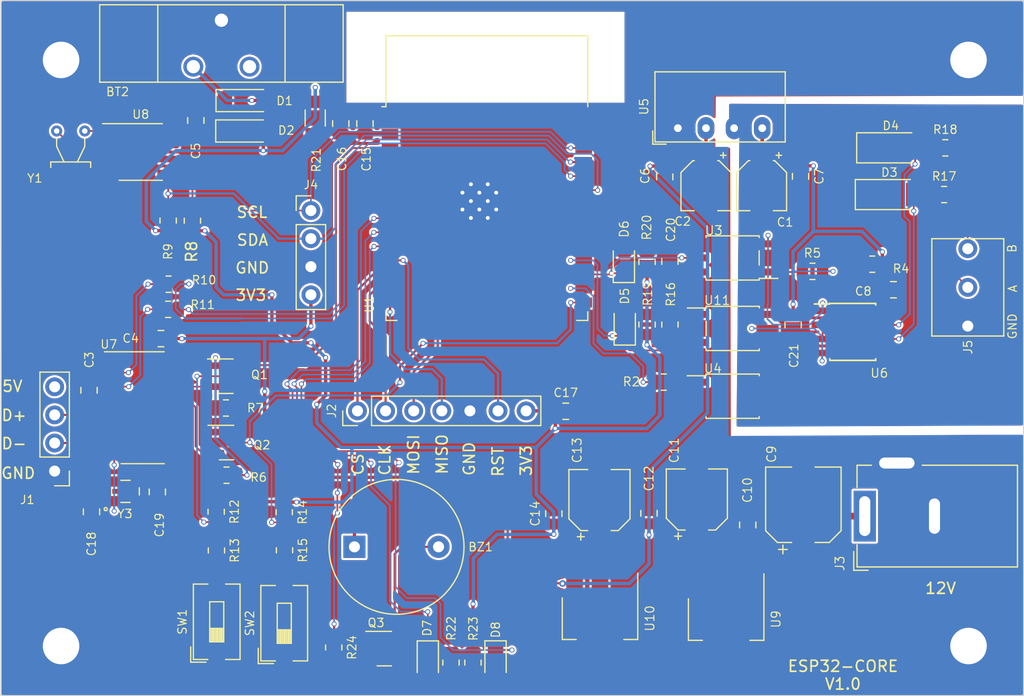
<source format=kicad_pcb>
(kicad_pcb (version 20230517) (generator pcbnew)
  (layers (0 "F.Cu" signal) (31 "B.Cu" signal) (34 "B.Paste" user) (35 "F.Paste" user) (36 "B.SilkS" user "B.Silkscreen") (37 "F.SilkS" user "F.Silkscreen") (38 "B.Mask" user) (39 "F.Mask" user) (44 "Edge.Cuts" user))
  (net 0 "")
  (net 1 "Net-(BT2-+)")
  (net 2 "Net-(BZ1-+)")
  (net 3 "Net-(U7-V3)")
  (net 4 "Net-(D1-K)")
  (net 5 "Net-(U9-VI)")
  (net 6 "Net-(U7-XO)")
  (net 7 "Net-(U7-XI)")
  (net 8 "Net-(D3-A2)")
  (net 9 "Net-(D4-A2)")
  (net 10 "Net-(D5-A)")
  (net 11 "Net-(D6-A)")
  (net 12 "Net-(D7-A)")
  (net 13 "Net-(D8-A)")
  (net 14 "Net-(J1-Pin_2)")
  (net 15 "Net-(J1-Pin_3)")
  (net 17 "GND")
  (net 18 "Net-(Q1-B)")
  (net 19 "RX2")
  (net 20 "TX2")
  (net 21 "RX0")
  (net 22 "TX0")
  (net 23 "MB-EN")
  (net 24 "Net-(Q2-B)")
  (net 25 "Net-(Q3-B)")
  (net 26 "VCC-IC")
  (net 27 "GND1")
  (net 28 "Net-(U7-TXD)")
  (net 29 "RX-IC")
  (net 30 "IC-EN")
  (net 31 "Net-(U7-RXD)")
  (net 32 "TX-IC")
  (net 33 "Net-(SW1-B)")
  (net 34 "DTR")
  (net 35 "GPIO0")
  (net 36 "Net-(R2-Pad2)")
  (net 37 "Net-(SW2-B)")
  (net 38 "RTS")
  (net 41 "3V3")
  (net 42 "SCL")
  (net 43 "SDA")
  (net 48 "EN")
  (net 51 "CLK")
  (net 52 "MISO")
  (net 53 "MOSI")
  (net 54 "CS")
  (net 55 "RST")
  (net 59 "5V")
  (net 62 "A")
  (net 63 "B")
  (net 66 "V-ESP")
  (net 69 "LED1")
  (net 70 "Net-(U8-OSCI)")
  (net 71 "LED2")
  (net 72 "Net-(U8-OSCO)")
  (net 74 "BUZZ")
  (net 76 "Net-(U3-A1)")
  (net 77 "Net-(U11-A1)")
  (footprint "Connector_PinHeader_2.54mm:PinHeader_1x04_P2.54mm_Vertical" (layer "F.Cu") (at 126.42 94.18 180)
    (fp_text reference "J1")
    (fp_text value "Screw_Terminal_01x04" hide)
  )
  (footprint "Diode_SMD:D_SOD-128" (layer "F.Cu") (at 201.975 64.95)
    (fp_text reference "D4")
    (fp_text value "D_TVS_Filled" hide)
  )
  (footprint "Package_SO:SO-5_4.4x3.6mm_P1.27mm" (layer "F.Cu") (at 187.689257 81.28)
    (fp_text reference "U11")
    (fp_text value "TLP-2631" hide)
  )
  (footprint "Resistor_SMD:R_0805_2012Metric" (layer "F.Cu") (at 147.165 97.9 -90)
    (fp_text reference "R14")
    (fp_text value "12k" hide)
  )
  (footprint "Resistor_SMD:R_0805_2012Metric" (layer "F.Cu") (at 179.951217 80.926561 90)
    (fp_text reference "R19")
    (fp_text value "330R" hide)
  )
  (footprint "Button_Switch_SMD:SW_DIP_SPSTx01_Slide_6.7x4.1mm_W6.73mm_P2.54mm_LowProfile_JPin" (layer "F.Cu") (at 141.065 107.8075 90)
    (fp_text reference "SW1")
    (fp_text value "SW_MEC_5G" hide)
  )
  (footprint "Capacitor_SMD:C_0805_2012Metric" (layer "F.Cu") (at 181.55 67.575 -90)
    (fp_text reference "C6")
    (fp_text value "100nF" hide)
  )
  (footprint "Package_TO_SOT_SMD:SOT-23" (layer "F.Cu") (at 156.21 110.236)
    (fp_text reference "Q3")
    (fp_text value "BC848" hide)
  )
  (footprint "Resistor_SMD:R_0805_2012Metric" (layer "F.Cu") (at 164.22 111.5 -90)
    (fp_text reference "R23")
    (fp_text value "330R" hide)
  )
  (footprint "Resistor_SMD:R_0805_2012Metric" (layer "F.Cu") (at 162.23 111.5 -90)
    (fp_text reference "R22")
    (fp_text value "330R" hide)
  )
  (footprint "Package_TO_SOT_SMD:SOT-223" (layer "F.Cu") (at 187.1 107.575 -90)
    (fp_text reference "U9")
    (fp_text value "AZ1117-5.0" hide)
  )
  (footprint "Package_SO:SO-5_4.4x3.6mm_P1.27mm" (layer "F.Cu") (at 187.680045 74.90521 180)
    (fp_text reference "U3")
    (fp_text value "TLP-2631" hide)
  )
  (footprint "Buzzer_Beeper:Buzzer_12x9.5RM7.6" (layer "F.Cu") (at 153.51 101.03)
    (fp_text reference "BZ1")
    (fp_text value "Buzzer" hide)
  )
  (footprint "Resistor_SMD:R_0805_2012Metric" (layer "F.Cu") (at 147.19 101.3375 -90)
    (fp_text reference "R15")
    (fp_text value "470R" hide)
  )
  (footprint "LED_SMD:LED_0805_2012Metric_Pad1.15x1.40mm_HandSolder" (layer "F.Cu") (at 160.139811 111.395047 -90)
    (fp_text reference "D7")
    (fp_text value "LED" hide)
  )
  (footprint "Capacitor_SMD:C_0805_2012Metric" (layer "F.Cu") (at 193.151086 80.956307 -90)
    (fp_text reference "C21")
    (fp_text value "100nF" hide)
  )
  (footprint "Button_Switch_SMD:SW_DIP_SPSTx01_Slide_6.7x4.1mm_W6.73mm_P2.54mm_LowProfile_JPin" (layer "F.Cu") (at 147.165 107.9375 90)
    (fp_text reference "SW2")
    (fp_text value "SW_MEC_5G" hide)
  )
  (footprint "Capacitor_SMD:C_0805_2012Metric" (layer "F.Cu") (at 202.21696 77.782079)
    (fp_text reference "C8")
    (fp_text value "100nf" hide)
  )
  (footprint "Resistor_SMD:R_0805_2012Metric" (layer "F.Cu") (at 136.675 79.555 180)
    (fp_text reference "R11")
    (fp_text value "470R" hide)
  )
  (footprint "Resistor_SMD:R_0805_2012Metric" (layer "F.Cu") (at 206.9 64.95)
    (fp_text reference "R18")
    (fp_text value "22R" hide)
  )
  (footprint "Resistor_SMD:R_1206_3216Metric" (layer "F.Cu") (at 149.964777 62.253768 -90)
    (fp_text reference "R21")
    (fp_text value "4k7" hide)
  )
  (footprint "Resistor_SMD:R_0805_2012Metric" (layer "F.Cu") (at 138.867791 71.537589 90)
    (fp_text reference "R8")
    (fp_text value "4k7")
  )
  (footprint "Capacitor_SMD:C_0805_2012Metric" (layer "F.Cu") (at 135.69726 96.063276 -90)
    (fp_text reference "C19")
    (fp_text value "100nF" hide)
  )
  (footprint "Diode_SMD:D_MiniMELF" (layer "F.Cu") (at 143.55 60.675)
    (fp_text reference "D1")
    (fp_text value "LL4148" hide)
  )
  (footprint "Capacitor_SMD:C_0805_2012Metric" (layer "F.Cu") (at 139.175 62.475 90)
    (fp_text reference "C5")
    (fp_text value "100nF" hide)
  )
  (footprint "Capacitor_SMD:CP_Elec_4x5.3" (layer "F.Cu") (at 190.3 68.375 -90)
    (fp_text reference "C1")
    (fp_text value "10uF/10V" hide)
  )
  (footprint "Package_TO_SOT_SMD:SOT-23" (layer "F.Cu") (at 141.95 91.6)
    (fp_text reference "Q2")
    (fp_text value "BC848" hide)
  )
  (footprint "Resistor_SMD:R_0805_2012Metric" (layer "F.Cu") (at 141.04 101.3575 -90)
    (fp_text reference "R13")
    (fp_text value "470R" hide)
  )
  (footprint "Capacitor_SMD:C_0805_2012Metric" (layer "F.Cu") (at 182.018493 75.223492 90)
    (fp_text reference "C20")
    (fp_text value "100nF" hide)
  )
  (footprint "Capacitor_SMD:C_0805_2012Metric" (layer "F.Cu") (at 154.459578 62.755201 90)
    (fp_text reference "C15")
    (fp_text value "100nF" hide)
  )
  (footprint "Converter_DCDC:Converter_DCDC_Murata_CRE1xxxxxxSC_THT" (layer "F.Cu") (at 182.7375 63.1675 90)
    (fp_text reference "U5")
    (fp_text value "CRE1S0505SC" hide)
  )
  (footprint "Resistor_SMD:R_0805_2012Metric" (layer "F.Cu") (at 194.898807 76.118585)
    (fp_text reference "R5")
    (fp_text value "560R" hide)
  )
  (footprint "Capacitor_SMD:CP_Elec_5x5.9" (layer "F.Cu") (at 184.45 96.75 90)
    (fp_text reference "C11")
    (fp_text value "10nF/10V" hide)
  )
  (footprint "Capacitor_SMD:CP_Elec_5x5.9" (layer "F.Cu") (at 175.65 96.8 90)
    (fp_text reference "C13")
    (fp_text value "10uF/10V" hide)
  )
  (footprint "Resistor_SMD:R_0805_2012Metric" (layer "F.Cu") (at 151.638 110.1325 -90)
    (fp_text reference "R24")
    (fp_text value "330R" hide)
  )
  (footprint "Capacitor_SMD:C_0805_2012Metric" (layer "F.Cu") (at 171.525 98.025 90)
    (fp_text reference "C14")
    (fp_text value "100nF" hide)
  )
  (footprint "Resistor_SMD:R_0805_2012Metric" (layer "F.Cu") (at 200.301276 75.469068)
    (fp_text reference "R4")
    (fp_text value "4k7" hide)
  )
  (footprint "Capacitor_SMD:C_0805_2012Metric" (layer "F.Cu") (at 189.05 99.05 90)
    (fp_text reference "C10")
    (fp_text value "100nF" hide)
  )
  (footprint "Capacitor_SMD:CP_Elec_4x5.3" (layer "F.Cu") (at 185.275 68.375 -90)
    (fp_text reference "C2")
    (fp_text value "10uF/10V" hide)
  )
  (footprint "Package_TO_SOT_SMD:SOT-223" (layer "F.Cu") (at 175.7 107.5 -90)
    (fp_text reference "U10")
    (fp_text value "AZ1117-3.3" hide)
  )
  (footprint "Library:KF128L-3.5-3P" (layer "F.Cu") (at 208.935532 77.565604 -90)
    (fp_text reference "J5")
    (fp_text value "Screw_Terminal_01x03" hide)
  )
  (footprint "Resistor_SMD:R_0805_2012Metric" (layer "F.Cu") (at 206.8 69.175)
    (fp_text reference "R17")
    (fp_text value "22R" hide)
  )
  (footprint "Connector_PinHeader_2.54mm:PinHeader_1x04_P2.54mm_Vertical" (layer "F.Cu") (at 149.575 70.62)
    (fp_text reference "J4")
    (fp_text value "Screw_Terminal_01x04" hide)
  )
  (footprint "LED_SMD:LED_0805_2012Metric_Pad1.15x1.40mm_HandSolder" (layer "F.Cu") (at 166.26 111.39 -90)
    (fp_text reference "D8")
    (fp_text value "LED" hide)
  )
  (footprint "Resistor_SMD:R_0805_2012Metric" (layer "F.Cu") (at 136.7125 77.28 180)
    (fp_text reference "R10")
    (fp_text value "470R" hide)
  )
  (footprint "Capacitor_SMD:C_0805_2012Metric" (layer "F.Cu") (at 172.606175 88.771838)
    (fp_text reference "C17")
    (fp_text value "100nF" hide)
  )
  (footprint "Crystal:Crystal_AT310_D3.0mm_L10.0mm_Horizontal_1EP_style1" (layer "F.Cu") (at 126.6 63.425)
    (fp_text reference "Y1")
    (fp_text value "Crystal_Small" hide)
  )
  (footprint "Capacitor_SMD:C_0805_2012Metric" (layer "F.Cu") (at 129.525 86.875 90)
    (fp_text reference "C3")
    (fp_text value "100nF" hide)
  )
  (footprint "Connector_BarrelJack:BarrelJack_GCT_DCJ200-10-A_Horizontal" (layer "F.Cu") (at 199.625 98.25 90)
    (fp_text reference "J3")
    (fp_text value "Barrel_Jack_Switch" hide)
  )
  (footprint "Capacitor_SMD:C_0805_2012Metric" (layer "F.Cu") (at 136.025 82.2 180)
    (fp_text reference "C4")
    (fp_text value "100nF" hide)
  )
  (footprint "Resistor_SMD:R_0805_2012Metric" (layer "F.Cu") (at 181.459805 86.134682)
    (fp_text reference "R2")
    (fp_text value "470R" hide)
  )
  (footprint "Diode_SMD:D_MiniMELF" (layer "F.Cu") (at 143.525 63.425)
    (fp_text reference "D2")
    (fp_text value "LL4148" hide)
  )
  (footprint "Library:SMD2520-4P" (layer "F.Cu") (at 132.820445 96.014722)
    (fp_text reference "Y3")
    (fp_text value "Crystal" hide)
  )
  (footprint "Resistor_SMD:R_0805_2012Metric" (layer "F.Cu") (at 141.9 88.475 180)
    (fp_text reference "R7")
    (fp_text value "12k" hide)
  )
  (footprint "Package_SO:SO-4_4.4x3.6mm_P2.54mm" (layer "F.Cu") (at 187.681241 87.408931)
    (fp_text reference "U4")
    (fp_text value "LTV-357T" hide)
  )
  (footprint "Resistor_SMD:R_0805_2012Metric" (layer "F.Cu") (at 179.950877 75.270201 90)
    (fp_text reference "R20")
    (fp_text value "330R" hide)
  )
  (footprint "footprints:CASE-CR2032-VER" (layer "F.Cu") (at 141.489282 57.610008)
    (fp_text reference "BT2")
    (fp_text value "Battery" hide)
  )
  (footprint "LED_SMD:LED_0805_2012Metric_Pad1.15x1.40mm_HandSolder" (layer "F.Cu") (at 177.856754 75.267777 90)
    (fp_text reference "D6")
    (fp_text value "LED" hide)
  )
  (footprint "Resistor_SMD:R_0805_2012Metric" (layer "F.Cu") (at 182.018833 80.926561 90)
    (fp_text reference "R16")
    (fp_text value "470R" hide)
  )
  (footprint "Package_SO:PowerIntegrations_SO-8" (layer "F.Cu") (at 198.538776 81.594068)
    (fp_text reference "U6")
    (fp_text value "MAX485E" hide)
  )
  (footprint "Package_SO:SOIC-8_3.9x4.9mm_P1.27mm" (layer "F.Cu") (at 134.2 65.325)
    (fp_text reference "U8")
    (fp_text value "PCF8563T" hide)
  )
  (footprint "Resistor_SMD:R_0805_2012Metric" (layer "F.Cu") (at 136.675 71.525 90)
    (fp_text reference "R9")
    (fp_text value "4k7" hide)
  )
  (footprint "Connector_PinHeader_2.54mm:PinHeader_1x07_P2.54mm_Vertical" (layer "F.Cu") (at 153.785 88.735 90)
    (fp_text reference "J2")
    (fp_text value "Screw_Terminal_01x07" hide)
  )
  (footprint "Capacitor_SMD:C_0805_2012Metric" (layer "F.Cu") (at 129.749416 97.862968 -90)
    (fp_text reference "C18")
    (fp_text value "100nF" hide)
  )
  (footprint "Capacitor_SMD:C_0805_2012Metric" (layer "F.Cu") (at 193.825 67.525 -90)
    (fp_text reference "C7")
    (fp_text value "100nF" hide)
  )
  (footprint "Resistor_SMD:R_0805_2012Metric" (layer "F.Cu") (at 141.015 97.8575 -90)
    (fp_text reference "R12")
    (fp_text value "12k" hide)
  )
  (footprint "Capacitor_SMD:C_0805_2012Metric" (layer "F.Cu") (at 152.274541 62.75544 90)
    (fp_text reference "C16")
    (fp_text value "100nF" hide)
  )
  (footprint "Diode_SMD:D_SOD-128" (layer "F.Cu") (at 201.85 69.175)
    (fp_text reference "D3")
    (fp_text value "D_TVS_Filled" hide)
  )
  (footprint "Package_SO:SO-16_3.9x9.9mm_P1.27mm" (layer "F.Cu") (at 134.375 88.45)
    (fp_text reference "U7")
    (fp_text value "CH340E" hide)
  )
  (footprint "Resistor_SMD:R_0805_2012Metric" (layer "F.Cu") (at 141.95 94.55 180)
    (fp_text reference "R6")
    (fp_text value "12k" hide)
  )
  (footprint "LED_SMD:LED_0805_2012Metric_Pad1.15x1.40mm_HandSolder" (layer "F.Cu") (at 177.936617 80.926561 90)
    (fp_text reference "D5")
    (fp_text value "LED" hide)
  )
  (footprint "Capacitor_SMD:CP_Elec_6.3x5.2" (layer "F.Cu") (at 194.075 97.225 90)
    (fp_text reference "C9")
    (fp_text value "10uF/25V" hide)
  )
  (footprint "Capacitor_SMD:C_0805_2012Metric" (layer "F.Cu") (at 180.125 98 90)
    (fp_text reference "C12")
    (fp_text value "100nF" hide)
  )
  (footprint "Package_TO_SOT_SMD:SOT-23" (layer "F.Cu") (at 141.9 85.6)
    (fp_text reference "Q1")
    (fp_text value "BC848" hide)
  )
  (footprint "componentes:ESP32-WROOM-32" (layer "F.Cu") (at 165.475 70.675)
    (fp_text reference "U1")
    (fp_text value "ESP32-WROOM-32" hide)
  )
  (gr_rect (start 121.57 51.63) (end 213.98 114.48) (stroke (width 0.1)) (fill none) (layer "Edge.Cuts"))
  (gr_text "3V3" (at 144.16 78.27) (layer "F.SilkS") (effects (font (size 1 1))))
  (gr_text "GND" (at 212.966774 81.088819 90) (layer "F.SilkS") (effects (font (size 0.762 0.762) (thickness 0.1016))))
  (gr_text "ESP32-CORE\nV1.0" (at 197.655759 112.633885) (layer "F.SilkS") (effects (font (size 1 1))))
  (gr_text "GND" (at 163.89 93.07 90) (layer "F.SilkS") (effects (font (size 1 1))))
  (gr_text "SCL" (at 144.25 70.77) (layer "F.SilkS") (effects (font (size 1 1))))
  (gr_text "SDA" (at 144.3 73.29) (layer "F.SilkS") (effects (font (size 1 1))))
  (gr_text "12V" (at 206.48 104.78) (layer "F.SilkS") (effects (font (size 1 1))))
  (gr_text "B\n" (at 212.939463 74.042444 90) (layer "F.SilkS") (effects (font (size 0.762 0.762) (thickness 0.1016))))
  (gr_text "CS" (at 153.83 93.57 90) (layer "F.SilkS") (effects (font (size 1 1))))
  (gr_text "CLK" (at 156.25 93.17 90) (layer "F.SilkS") (effects (font (size 1 1))))
  (gr_text "GND" (at 123.13 94.37) (layer "F.SilkS") (effects (font (size 1 1))))
  (gr_text "GND" (at 144.28 75.8) (layer "F.SilkS") (effects (font (size 1 1))))
  (gr_text "5V" (at 122.6 86.51) (layer "F.SilkS") (effects (font (size 1 1))))
  (gr_text "3V3" (at 169.03 93.23 90) (layer "F.SilkS") (effects (font (size 1 1))))
  (gr_text "D-" (at 122.75 91.69) (layer "F.SilkS") (effects (font (size 1 1))))
  (gr_text "RST" (at 166.48 93.33 90) (layer "F.SilkS") (effects (font (size 1 1))))
  (gr_text "MISO" (at 161.43 92.66 90) (layer "F.SilkS") (effects (font (size 1 1))))
  (gr_text "A\n" (at 212.994086 77.674877 90) (layer "F.SilkS") (effects (font (size 0.762 0.762) (thickness 0.1016))))
  (gr_text "D+" (at 122.75 89.14) (layer "F.SilkS") (effects (font (size 1 1))))
  (gr_text "MOSI" (at 158.86 92.68 90) (layer "F.SilkS") (effects (font (size 1 1))))
  (segment (start 145.290467 60.665467) (end 145.3 60.675) (width 0.3048) (layer "F.Cu") (net 1))
  (segment (start 144.23217 60.665467) (end 145.290467 60.665467) (width 0.3048) (layer "F.Cu") (net 1))
  (via (at 144.23217 60.665467) (size 0.45) (drill 0.3) (layers "F.Cu" "B.Cu") (net 1))
  (segment (start 138.949282 57.610008) (end 142.004741 60.665467) (width 0.3048) (layer "B.Cu") (net 1))
  (segment (start 142.004741 60.665467) (end 144.23217 60.665467) (width 0.3048) (layer "B.Cu") (net 1))
  (segment (start 157.1475 110.236) (end 157.1475 101.6785) (width 0.2) (layer "F.Cu") (net 2))
  (segment (start 157.796 101.03) (end 161.11 101.03) (width 0.2) (layer "F.Cu") (net 2))
  (segment (start 157.1475 101.6785) (end 157.796 101.03) (width 0.2) (layer "F.Cu") (net 2))
  (segment (start 131.79 87.825) (end 131.8 87.815) (width 0.2) (layer "F.Cu") (net 3))
  (segment (start 129.525 87.825) (end 131.79 87.825) (width 0.2) (layer "F.Cu") (net 3))
  (segment (start 139.175 63.425) (end 136.68 63.425) (width 0.2) (layer "F.Cu") (net 4))
  (segment (start 136.68 63.425) (end 136.675 63.42) (width 0.2) (layer "F.Cu") (net 4))
  (segment (start 141.8 60.675) (end 141.8 63.4) (width 0.2) (layer "F.Cu") (net 4))
  (segment (start 141.775 63.425) (end 139.175 63.425) (width 0.2) (layer "F.Cu") (net 4))
  (segment (start 141.8 63.4) (end 141.775 63.425) (width 0.2) (layer "F.Cu") (net 4))
  (segment (start 189.05 100) (end 194.05 100) (width 0.3048) (layer "F.Cu") (net 5))
  (segment (start 195.9 100.025) (end 197.675 98.25) (width 0.6096) (layer "F.Cu") (net 5))
  (segment (start 187.5 100) (end 189.05 100) (width 0.3048) (layer "F.Cu") (net 5))
  (segment (start 197.675 98.25) (end 199.625 98.25) (width 0.6096) (layer "F.Cu") (net 5))
  (segment (start 184.8 104.425) (end 184.8 102.7) (width 0.3048) (layer "F.Cu") (net 5))
  (segment (start 194.05 100) (end 194.075 100.025) (width 0.6096) (layer "F.Cu") (net 5))
  (segment (start 184.8 102.7) (end 187.5 100) (width 0.3048) (layer "F.Cu") (net 5))
  (segment (start 194.075 100.025) (end 195.9 100.025) (width 0.6096) (layer "F.Cu") (net 5))
  (segment (start 131.8 93.626593) (end 131.799466 93.627127) (width 0.1524) (layer "F.Cu") (net 6))
  (segment (start 131.801864 97.793196) (end 131.801864 96.936141) (width 0.1524) (layer "F.Cu") (net 6))
  (segment (start 131.770445 96.904722) (end 129.757662 96.904722) (width 0.1524) (layer "F.Cu") (net 6))
  (segment (start 131.8 92.895) (end 131.8 93.626593) (width 0.1524) (layer "F.Cu") (net 6))
  (segment (start 129.757662 96.904722) (end 129.749416 96.912968) (width 0.1524) (layer "F.Cu") (net 6))
  (segment (start 131.801864 96.936141) (end 131.770445 96.904722) (width 0.1524) (layer "F.Cu") (net 6))
  (via (at 131.801864 97.793196) (size 0.45) (drill 0.3) (layers "F.Cu" "B.Cu") (net 6))
  (via (at 131.799466 93.627127) (size 0.45) (drill 0.3) (layers "F.Cu" "B.Cu") (net 6))
  (segment (start 131.799466 93.627127) (end 131.799466 97.790798) (width 0.1524) (layer "B.Cu") (net 6))
  (segment (start 131.799466 97.790798) (end 131.801864 97.793196) (width 0.1524) (layer "B.Cu") (net 6))
  (segment (start 131.8 91.625) (end 133.445 91.625) (width 0.2) (layer "F.Cu") (net 7))
  (segment (start 133.445 91.625) (end 133.870445 92.050445) (width 0.2) (layer "F.Cu") (net 7))
  (segment (start 133.870445 92.050445) (end 133.870445 95.124722) (width 0.2) (layer "F.Cu") (net 7))
  (segment (start 133.870445 95.124722) (end 135.685814 95.124722) (width 0.2) (layer "F.Cu") (net 7))
  (segment (start 135.685814 95.124722) (end 135.69726 95.113276) (width 0.2) (layer "F.Cu") (net 7))
  (segment (start 202.69119 82.229068) (end 201.263776 82.229068) (width 0.1524) (layer "F.Cu") (net 8))
  (segment (start 204.05 69.175) (end 205.8875 69.175) (width 0.2) (layer "F.Cu") (net 8))
  (segment (start 204.05 70.660091) (end 204.05 69.175) (width 0.1524) (layer "F.Cu") (net 8))
  (via (at 202.69119 82.229068) (size 0.45) (drill 0.3) (layers "F.Cu" "B.Cu") (net 8))
  (via (at 204.05 70.660091) (size 0.45) (drill 0.3) (layers "F.Cu" "B.Cu") (net 8))
  (segment (start 204.05 80.870258) (end 204.05 70.660091) (width 0.1524) (layer "B.Cu") (net 8))
  (segment (start 202.69119 82.229068) (end 204.05 80.870258) (width 0.1524) (layer "B.Cu") (net 8))
  (segment (start 204.175 66.415) (end 204.175 64.95) (width 0.1524) (layer "F.Cu") (net 9))
  (segment (start 202.691374 80.959068) (end 201.263776 80.959068) (width 0.1524) (layer "F.Cu") (net 9))
  (segment (start 204.175 64.95) (end 205.9875 64.95) (width 0.1524) (layer "F.Cu") (net 9))
  (via (at 202.691374 80.959068) (size 0.45) (drill 0.3) (layers "F.Cu" "B.Cu") (net 9))
  (via (at 204.175 66.415) (size 0.45) (drill 0.3) (layers "F.Cu" "B.Cu") (net 9))
  (segment (start 203.6976 71.6176) (end 203.2 71.12) (width 0.1524) (layer "B.Cu") (net 9))
  (segment (start 202.691374 80.959068) (end 203.660597 79.989845) (width 0.1524) (layer "B.Cu") (net 9))
  (segment (start 203.2 67.39) (end 203.24 67.35) (width 0.1524) (layer "B.Cu") (net 9))
  (segment (start 204.175 66.415) (end 203.24 67.35) (width 0.1524) (layer "B.Cu") (net 9))
  (segment (start 203.2 71.12) (end 203.2 67.39) (width 0.1524) (layer "B.Cu") (net 9))
  (segment (start 203.6976 79.977783) (end 203.6976 71.6176) (width 0.1524) (layer "B.Cu") (net 9))
  (segment (start 203.685538 79.989845) (end 203.6976 79.977783) (width 0.1524) (layer "B.Cu") (net 9))
  (segment (start 203.660597 79.989845) (end 203.685538 79.989845) (width 0.1524) (layer "B.Cu") (net 9))
  (segment (start 177.936617 79.901561) (end 178.049117 80.014061) (width 0.1524) (layer "F.Cu") (net 10))
  (segment (start 178.049117 80.014061) (end 179.951217 80.014061) (width 0.1524) (layer "F.Cu") (net 10))
  (segment (start 179.950877 74.357701) (end 179.835953 74.242777) (width 0.1524) (layer "F.Cu") (net 11))
  (segment (start 179.835953 74.242777) (end 177.856754 74.242777) (width 0.1524) (layer "F.Cu") (net 11))
  (segment (start 160.139811 112.420047) (end 162.222453 112.420047) (width 0.1524) (layer "F.Cu") (net 12))
  (segment (start 162.222453 112.420047) (end 162.23 112.4125) (width 0.2) (layer "F.Cu") (net 12))
  (segment (start 164.22 112.4125) (end 166.2575 112.4125) (width 0.1524) (layer "F.Cu") (net 13))
  (segment (start 166.2575 112.4125) (end 166.26 112.415) (width 0.2) (layer "F.Cu") (net 13))
  (segment (start 128.11 91.64) (end 126.42 91.64) (width 0.2) (layer "F.Cu") (net 14))
  (segment (start 129.395 90.355) (end 128.11 91.64) (width 0.2) (layer "F.Cu") (net 14))
  (segment (start 131.8 90.355) (end 129.395 90.355) (width 0.2) (layer "F.Cu") (net 14))
  (segment (start 126.42 89.1) (end 131.785 89.1) (width 0.2) (layer "F.Cu") (net 15))
  (segment (start 131.785 89.1) (end 131.8 89.085) (width 0.2) (layer "F.Cu") (net 15))
  (via (at 127 110) (size 5) (drill 3.3) (layers "F.Cu" "B.Cu") (net 17))
  (via (at 209 110) (size 5) (drill 3.3) (layers "F.Cu" "B.Cu") (net 17))
  (via (at 127 57) (size 5) (drill 3.3) (layers "F.Cu" "B.Cu") (net 17))
  (via (at 209 57) (size 5) (drill 3.3) (layers "F.Cu" "B.Cu") (net 17))
  (segment (start 142.8625 94.55) (end 143.795992 94.55) (width 0.2) (layer "F.Cu") (net 18))
  (segment (start 140.95 84.6375) (end 140.9625 84.65) (width 0.2) (layer "F.Cu") (net 18))
  (segment (start 140.95 83.931853) (end 140.95 84.6375) (width 0.2) (layer "F.Cu") (net 18))
  (via (at 140.95 83.931853) (size 0.45) (drill 0.3) (layers "F.Cu" "B.Cu") (net 18))
  (via (at 143.795992 94.55) (size 0.45) (drill 0.3) (layers "F.Cu" "B.Cu") (net 18))
  (segment (start 143.795992 94.125992) (end 140.95 91.28) (width 0.2) (layer "B.Cu") (net 18))
  (segment (start 143.795992 94.55) (end 143.795992 94.125992) (width 0.2) (layer "B.Cu") (net 18))
  (segment (start 140.95 91.28) (end 140.95 83.931853) (width 0.2) (layer "B.Cu") (net 18))
  (segment (start 184.530045 74.90521) (end 183.100333 74.90521) (width 0.1524) (layer "F.Cu") (net 19))
  (segment (start 176.627453 76.395) (end 174.225 76.395) (width 0.1524) (layer "F.Cu") (net 19))
  (segment (start 183.100333 74.90521) (end 183.092063 74.89694) (width 0.1524) (layer "F.Cu") (net 19))
  (segment (start 177.856754 76.292777) (end 176.729678 76.292777) (width 0.1524) (layer "F.Cu") (net 19))
  (segment (start 176.729677 76.292776) (end 176.627453 76.395) (width 0.1524) (layer "F.Cu") (net 19))
  (segment (start 176.729678 76.292777) (end 176.729677 76.292776) (width 0.1524) (layer "F.Cu") (net 19))
  (via (at 176.729677 76.292776) (size 0.45) (drill 0.3) (layers "F.Cu" "B.Cu") (net 19))
  (via (at 183.092063 74.89694) (size 0.45) (drill 0.3) (layers "F.Cu" "B.Cu") (net 19))
  (segment (start 177.482286 74.89694) (end 176.996308 75.382918) (width 0.1524) (layer "B.Cu") (net 19))
  (segment (start 176.729677 75.649549) (end 176.729677 76.292776) (width 0.1524) (layer "B.Cu") (net 19))
  (segment (start 183.092063 74.89694) (end 177.482286 74.89694) (width 0.1524) (layer "B.Cu") (net 19))
  (segment (start 176.996308 75.382918) (end 176.729677 75.649549) (width 0.1524) (layer "B.Cu") (net 19))
  (segment (start 177.936617 81.951561) (end 177.936617 82.822798) (width 0.1524) (layer "F.Cu") (net 20))
  (segment (start 173.052863 75.125) (end 173.049875 75.122012) (width 0.1524) (layer "F.Cu") (net 20))
  (segment (start 177.936617 81.951561) (end 176.819563 81.951561) (width 0.1524) (layer "F.Cu") (net 20))
  (segment (start 178.37891 83.265091) (end 183.824166 83.265091) (width 0.1524) (layer "F.Cu") (net 20))
  (segment (start 183.824166 83.265091) (end 184.539257 82.55) (width 0.1524) (layer "F.Cu") (net 20))
  (segment (start 177.936617 82.822798) (end 178.37891 83.265091) (width 0.1524) (layer "F.Cu") (net 20))
  (segment (start 174.225 75.125) (end 173.052863 75.125) (width 0.1524) (layer "F.Cu") (net 20))
  (segment (start 176.819563 81.951561) (end 176.815608 81.947606) (width 0.1524) (layer "F.Cu") (net 20))
  (via (at 173.049875 75.122012) (size 0.45) (drill 0.3) (layers "F.Cu" "B.Cu") (net 20))
  (via (at 176.815608 81.947606) (size 0.45) (drill 0.3) (layers "F.Cu" "B.Cu") (net 20))
  (segment (start 176.815608 81.947606) (end 176.110216 81.947606) (width 0.1524) (layer "B.Cu") (net 20))
  (segment (start 175.463227 75.510795) (end 175.074444 75.122012) (width 0.1524) (layer "B.Cu") (net 20))
  (segment (start 176.110216 81.947606) (end 175.463227 81.300617) (width 0.1524) (layer "B.Cu") (net 20))
  (segment (start 175.074444 75.122012) (end 173.049875 75.122012) (width 0.1524) (layer "B.Cu") (net 20))
  (segment (start 175.463227 81.300617) (end 175.463227 75.510795) (width 0.1524) (layer "B.Cu") (net 20))
  (segment (start 137.645 77.26) (end 137.625 77.28) (width 0.2) (layer "F.Cu") (net 21))
  (segment (start 173.04689 67.505) (end 174.225 67.505) (width 0.1524) (layer "F.Cu") (net 21))
  (segment (start 138.545842 77.26) (end 137.645 77.26) (width 0.1524) (layer "F.Cu") (net 21))
  (via (at 138.545842 77.26) (size 0.45) (drill 0.3) (layers "F.Cu" "B.Cu") (net 21))
  (via (at 173.04689 67.505) (size 0.45) (drill 0.3) (layers "F.Cu" "B.Cu") (net 21))
  (segment (start 137.82 77.26) (end 137.36 77.72) (width 0.1524) (layer "B.Cu") (net 21))
  (segment (start 152.58 79.195686) (end 152.58 66.771372) (width 0.1524) (layer "B.Cu") (net 21))
  (segment (start 137.36 79.5) (end 138.238 80.378) (width 0.1524) (layer "B.Cu") (net 21))
  (segment (start 172.504725 66.962835) (end 173.04689 67.505) (width 0.1524) (layer "B.Cu") (net 21))
  (segment (start 143.19 80.37) (end 151.405685 80.37) (width 0.1524) (layer "B.Cu") (net 21))
  (segment (start 138.545842 77.26) (end 137.82 77.26) (width 0.1524) (layer "B.Cu") (net 21))
  (segment (start 151.405685 80.37) (end 152.58 79.195686) (width 0.1524) (layer "B.Cu") (net 21))
  (segment (start 137.36 77.72) (end 137.36 79.5) (width 0.1524) (layer "B.Cu") (net 21))
  (segment (start 138.238 80.378) (end 143.182 80.378) (width 0.2) (layer "B.Cu") (net 21))
  (segment (start 143.182 80.378) (end 143.19 80.37) (width 0.2) (layer "B.Cu") (net 21))
  (segment (start 152.58 66.771372) (end 154.798972 64.5524) (width 0.1524) (layer "B.Cu") (net 21))
  (segment (start 154.798972 64.5524) (end 170.779676 64.5524) (width 0.1524) (layer "B.Cu") (net 21))
  (segment (start 172.504725 66.277449) (end 172.504725 66.962835) (width 0.1524) (layer "B.Cu") (net 21))
  (segment (start 170.779676 64.5524) (end 172.504725 66.277449) (width 0.1524) (layer "B.Cu") (net 21))
  (segment (start 138.521238 79.57) (end 137.6025 79.57) (width 0.1524) (layer "F.Cu") (net 22))
  (segment (start 137.6025 79.57) (end 137.5875 79.555) (width 0.2) (layer "F.Cu") (net 22))
  (segment (start 173.029725 66.235) (end 174.225 66.235) (width 0.2) (layer "F.Cu") (net 22))
  (via (at 138.521238 79.57) (size 0.45) (drill 0.3) (layers "F.Cu" "B.Cu") (net 22))
  (via (at 173.029725 66.235) (size 0.45) (drill 0.3) (layers "F.Cu" "B.Cu") (net 22))
  (segment (start 151.24 79.97) (end 152.18 79.03) (width 0.1524) (layer "B.Cu") (net 22))
  (segment (start 138.521238 79.57) (end 138.921238 79.97) (width 0.1524) (layer "B.Cu") (net 22))
  (segment (start 154.585686 64.2) (end 170.925644 64.2) (width 0.1524) (layer "B.Cu") (net 22))
  (segment (start 170.925644 64.2) (end 172.960644 66.235) (width 0.1524) (layer "B.Cu") (net 22))
  (segment (start 138.921238 79.97) (end 151.24 79.97) (width 0.1524) (layer "B.Cu") (net 22))
  (segment (start 172.960644 66.235) (end 173.029725 66.235) (width 0.2) (layer "B.Cu") (net 22))
  (segment (start 152.18 66.605686) (end 154.585686 64.2) (width 0.1524) (layer "B.Cu") (net 22))
  (segment (start 152.18 79.03) (end 152.18 66.605686) (width 0.1524) (layer "B.Cu") (net 22))
  (segment (start 174.225 77.665) (end 173.040222 77.665) (width 0.1524) (layer "F.Cu") (net 23))
  (segment (start 179.612132 86.134682) (end 179.606732 86.140082) (width 0.1524) (layer "F.Cu") (net 23))
  (segment (start 173.040222 77.665) (end 173.038257 77.663035) (width 0.1524) (layer "F.Cu") (net 23))
  (segment (start 180.547305 86.134682) (end 179.612132 86.134682) (width 0.1524) (layer "F.Cu") (net 23))
  (via (at 179.606732 86.140082) (size 0.45) (drill 0.3) (layers "F.Cu" "B.Cu") (net 23))
  (via (at 173.038257 77.663035) (size 0.45) (drill 0.3) (layers "F.Cu" "B.Cu") (net 23))
  (segment (start 173.038257 77.663035) (end 173.051061 77.650231) (width 0.1524) (layer "B.Cu") (net 23))
  (segment (start 178.440385 83.542308) (end 179.606732 84.708655) (width 0.1524) (layer "B.Cu") (net 23))
  (segment (start 179.606732 84.708655) (end 179.606732 86.140082) (width 0.1524) (layer "B.Cu") (net 23))
  (segment (start 176.014912 83.542308) (end 178.440385 83.542308) (width 0.1524) (layer "B.Cu") (net 23))
  (segment (start 175.110827 78.386829) (end 175.110827 82.638223) (width 0.1524) (layer "B.Cu") (net 23))
  (segment (start 173.051061 77.650231) (end 174.374229 77.650231) (width 0.1524) (layer "B.Cu") (net 23))
  (segment (start 175.110827 82.638223) (end 176.014912 83.542308) (width 0.1524) (layer "B.Cu") (net 23))
  (segment (start 174.374229 77.650231) (end 175.110827 78.386829) (width 0.1524) (layer "B.Cu") (net 23))
  (segment (start 142.15 90.65) (end 142.8125 89.9875) (width 0.2) (layer "F.Cu") (net 24))
  (segment (start 142.8125 89.9875) (end 142.8125 88.475) (width 0.2) (layer "F.Cu") (net 24))
  (segment (start 141.0125 90.65) (end 142.15 90.65) (width 0.2) (layer "F.Cu") (net 24))
  (segment (start 154.62 109.286) (end 152.861 111.045) (width 0.1524) (layer "F.Cu") (net 25))
  (segment (start 152.861 111.045) (end 151.638 111.045) (width 0.1524) (layer "F.Cu") (net 25))
  (segment (start 155.2725 109.286) (end 154.62 109.286) (width 0.1524) (layer "F.Cu") (net 25))
  (segment (start 190.839257 80.01) (end 193.147393 80.01) (width 0.3048) (layer "F.Cu") (net 26))
  (segment (start 201.26696 79.685884) (end 201.263776 79.689068) (width 0.2) (layer "F.Cu") (net 26))
  (segment (start 201.26696 77.782079) (end 201.26696 79.685884) (width 0.3048) (layer "F.Cu") (net 26))
  (segment (start 193.147393 80.01) (end 193.151086 80.006307) (width 0.3048) (layer "F.Cu") (net 26))
  (segment (start 201.213776 75.469068) (end 201.213776 74.352246) (width 0.3048) (layer "F.Cu") (net 26))
  (segment (start 190.3575 66.5175) (end 190.3 66.575) (width 0.2) (layer "F.Cu") (net 26))
  (segment (start 190.3 66.575) (end 193.825 66.575) (width 0.3048) (layer "F.Cu") (net 26))
  (segment (start 196.751658 76.118585) (end 196.755913 76.11433) (width 0.1524) (layer "F.Cu") (net 26))
  (segment (start 193.151086 79.096565) (end 193.147393 79.092872) (width 0.3048) (layer "F.Cu") (net 26))
  (segment (start 194.974886 66.575) (end 193.825 66.575) (width 0.3048) (layer "F.Cu") (net 26))
  (segment (start 201.213776 77.728895) (end 201.26696 77.782079) (width 0.2) (layer "F.Cu") (net 26))
  (segment (start 193.151086 80.006307) (end 193.151086 79.096565) (width 0.3048) (layer "F.Cu") (net 26))
  (segment (start 201.213776 74.352246) (end 201.213873 74.352149) (width 0.3048) (layer "F.Cu") (net 26))
  (segment (start 190.3575 63.1675) (end 190.3575 66.5175) (width 0.3302) (layer "F.Cu") (net 26))
  (segment (start 195.811307 76.118585) (end 196.751658 76.118585) (width 0.1524) (layer "F.Cu") (net 26))
  (segment (start 201.213776 75.469068) (end 201.213776 77.728895) (width 0.3048) (layer "F.Cu") (net 26))
  (via (at 201.213873 74.352149) (size 0.45) (drill 0.3) (layers "F.Cu" "B.Cu") (net 26))
  (via (at 193.147393 79.092872) (size 0.45) (drill 0.3) (layers "F.Cu" "B.Cu") (net 26))
  (via (at 196.755913 76.11433) (size 0.45) (drill 0.3) (layers "F.Cu" "B.Cu") (net 26))
  (via (at 194.974886 66.575) (size 0.45) (drill 0.3) (layers "F.Cu" "B.Cu") (net 26))
  (segment (start 194.974886 66.575) (end 194.979566 66.57968) (width 0.2) (layer "B.Cu") (net 26))
  (segment (start 193.147393 74.331838) (end 194.979566 72.499665) (width 0.3048) (layer "B.Cu") (net 26))
  (segment (start 193.233063 76.11433) (end 193.147393 76.2) (width 0.1524) (layer "B.Cu") (net 26))
  (segment (start 193.147393 76.2) (end 193.147393 74.331838) (width 0.3048) (layer "B.Cu") (net 26))
  (segment (start 196.755913 76.11433) (end 193.233063 76.11433) (width 0.1524) (layer "B.Cu") (net 26))
  (segment (start 201.213873 74.352149) (end 201.209837 74.352149) (width 0.3048) (layer "B.Cu") (net 26))
  (segment (start 194.979566 66.57968) (end 194.979566 72.499665) (width 0.3048) (layer "B.Cu") (net 26))
  (segment (start 193.147393 79.092872) (end 193.147393 76.2) (width 0.3048) (layer "B.Cu") (net 26))
  (segment (start 194.979566 72.499665) (end 199.357353 72.499665) (width 0.3048) (layer "B.Cu") (net 26))
  (segment (start 201.209837 74.352149) (end 199.357353 72.499665) (width 0.3048) (layer "B.Cu") (net 26))
  (segment (start 134.85949 77.275) (end 135.795 77.275) (width 0.1524) (layer "F.Cu") (net 28))
  (segment (start 135.795 77.275) (end 135.8 77.28) (width 0.2) (layer "F.Cu") (net 28))
  (segment (start 133.093834 85.275) (end 131.8 85.275) (width 0.1524) (layer "F.Cu") (net 28))
  (via (at 133.093834 85.275) (size 0.45) (drill 0.3) (layers "F.Cu" "B.Cu") (net 28))
  (via (at 134.85949 77.275) (size 0.45) (drill 0.3) (layers "F.Cu" "B.Cu") (net 28))
  (segment (start 133.799293 84.569541) (end 133.093834 85.275) (width 0.1524) (layer "B.Cu") (net 28))
  (segment (start 133.799293 78.335197) (end 133.799293 84.569541) (width 0.1524) (layer "B.Cu") (net 28))
  (segment (start 134.85949 77.275) (end 133.799293 78.335197) (width 0.1524) (layer "B.Cu") (net 28))
  (segment (start 195.773135 83.539709) (end 195.813776 83.499068) (width 0.1524) (layer "F.Cu") (net 29))
  (segment (start 190.839257 81.28) (end 189.413424 81.28) (width 0.1524) (layer "F.Cu") (net 29))
  (segment (start 195.773135 84.219605) (end 195.773135 83.539709) (width 0.1524) (layer "F.Cu") (net 29))
  (segment (start 189.413424 81.28) (end 189.409828 81.283596) (width 0.1524) (layer "F.Cu") (net 29))
  (via (at 189.409828 81.283596) (size 0.45) (drill 0.3) (layers "F.Cu" "B.Cu") (net 29))
  (via (at 195.773135 84.219605) (size 0.45) (drill 0.3) (layers "F.Cu" "B.Cu") (net 29))
  (segment (start 189.409828 81.283596) (end 195.055517 81.283596) (width 0.1524) (layer "B.Cu") (net 29))
  (segment (start 195.055517 81.283596) (end 195.780228 82.008307) (width 0.1524) (layer "B.Cu") (net 29))
  (segment (start 195.780228 84.212512) (end 195.773135 84.219605) (width 0.1524) (layer "B.Cu") (net 29))
  (segment (start 195.780228 82.008307) (end 195.780228 84.212512) (width 0.1524) (layer "B.Cu") (net 29))
  (segment (start 190.831241 86.138931) (end 195.968984 86.138931) (width 0.1524) (layer "F.Cu") (net 30))
  (segment (start 197.468367 82.221915) (end 197.468367 79.378399) (width 0.1524) (layer "F.Cu") (net 30))
  (segment (start 195.813776 82.229068) (end 197.461214 82.229068) (width 0.1524) (layer "F.Cu") (net 30))
  (segment (start 195.968984 86.138931) (end 197.468367 84.639548) (width 0.1524) (layer "F.Cu") (net 30))
  (segment (start 195.813776 82.229068) (end 195.813776 80.959068) (width 0.1524) (layer "F.Cu") (net 30))
  (segment (start 197.468367 79.378399) (end 199.388776 77.45799) (width 0.1524) (layer "F.Cu") (net 30))
  (segment (start 197.461214 82.229068) (end 197.468367 82.221915) (width 0.1524) (layer "F.Cu") (net 30))
  (segment (start 197.468367 84.639548) (end 197.468367 82.221915) (width 0.1524) (layer "F.Cu") (net 30))
  (segment (start 199.388776 77.45799) (end 199.388776 75.469068) (width 0.1524) (layer "F.Cu") (net 30))
  (segment (start 133.107877 86.545) (end 131.8 86.545) (width 0.1524) (layer "F.Cu") (net 31))
  (segment (start 134.818494 79.555) (end 135.7625 79.555) (width 0.1524) (layer "F.Cu") (net 31))
  (via (at 134.818494 79.555) (size 0.45) (drill 0.3) (layers "F.Cu" "B.Cu") (net 31))
  (via (at 133.107877 86.545) (size 0.45) (drill 0.3) (layers "F.Cu" "B.Cu") (net 31))
  (segment (start 134.151693 85.501184) (end 133.107877 86.545) (width 0.1524) (layer "B.Cu") (net 31))
  (segment (start 134.818494 79.555) (end 134.151693 80.221801) (width 0.1524) (layer "B.Cu") (net 31))
  (segment (start 134.151693 80.221801) (end 134.151693 85.501184) (width 0.1524) (layer "B.Cu") (net 31))
  (segment (start 190.882779 72.855808) (end 190.882779 73.582476) (width 0.1524) (layer "F.Cu") (net 32))
  (segment (start 195.813776 78.984853) (end 195.825725 78.972904) (width 0.1524) (layer "F.Cu") (net 32))
  (segment (start 195.813776 79.689068) (end 195.813776 78.984853) (width 0.1524) (layer "F.Cu") (net 32))
  (segment (start 190.882779 73.582476) (end 190.830045 73.63521) (width 0.1524) (layer "F.Cu") (net 32))
  (via (at 195.825725 78.972904) (size 0.45) (drill 0.3) (layers "F.Cu" "B.Cu") (net 32))
  (via (at 190.882779 72.855808) (size 0.45) (drill 0.3) (layers "F.Cu" "B.Cu") (net 32))
  (segment (start 190.828423 79.145685) (end 190.882779 79.091329) (width 0.1524) (layer "B.Cu") (net 32))
  (segment (start 194.658804 80.931196) (end 193.187147 80.931196) (width 0.1524) (layer "B.Cu") (net 32))
  (segment (start 190.828423 80.427365) (end 190.828423 79.145685) (width 0.1524) (layer "B.Cu") (net 32))
  (segment (start 193.187147 80.931196) (end 191.332254 80.931196) (width 0.1524) (layer "B.Cu") (net 32))
  (segment (start 191.332254 80.931196) (end 191.24847 80.847412) (width 0.1524) (layer "B.Cu") (net 32))
  (segment (start 190.882779 79.091329) (end 190.882779 72.855808) (width 0.1524) (layer "B.Cu") (net 32))
  (segment (start 194.945 80.645) (end 194.658804 80.931196) (width 0.1524) (layer "B.Cu") (net 32))
  (segment (start 191.24847 80.847412) (end 190.828423 80.427365) (width 0.1524) (layer "B.Cu") (net 32))
  (segment (start 195.825725 79.764275) (end 194.945 80.645) (width 0.1524) (layer "B.Cu") (net 32))
  (segment (start 195.825725 78.972904) (end 195.825725 79.764275) (width 0.1524) (layer "B.Cu") (net 32))
  (segment (start 141.04 104.4175) (end 141.065 104.4425) (width 0.4064) (layer "F.Cu") (net 33))
  (segment (start 141.04 102.27) (end 141.04 104.4175) (width 0.1524) (layer "F.Cu") (net 33))
  (segment (start 139.15 91.939915) (end 139.760085 92.55) (width 0.1524) (layer "F.Cu") (net 34))
  (segment (start 136.95 87.815) (end 138.565 87.815) (width 0.1524) (layer "F.Cu") (net 34))
  (segment (start 138.565 87.815) (end 139.15 88.4) (width 0.1524) (layer "F.Cu") (net 34))
  (segment (start 139.15 88.4) (end 139.15 91.939915) (width 0.1524) (layer "F.Cu") (net 34))
  (segment (start 141.0375 92.575) (end 141.0125 92.55) (width 0.2) (layer "F.Cu") (net 34))
  (segment (start 139.760085 92.55) (end 141.0125 92.55) (width 0.1524) (layer "F.Cu") (net 34))
  (segment (start 141.0375 94.55) (end 141.0375 92.575) (width 0.1524) (layer "F.Cu") (net 34))
  (segment (start 157.626115 86.166115) (end 157.626115 84.703885) (width 0.2) (layer "F.Cu") (net 35))
  (segment (start 173.063994 78.935) (end 173.055561 78.943433) (width 0.25) (layer "F.Cu") (net 35))
  (segment (start 147.19 100.425) (end 147.19 98.8375) (width 0.1524) (layer "F.Cu") (net 35))
  (segment (start 146.029354 98.8175) (end 147.16 98.8175) (width 0.1524) (layer "F.Cu") (net 35))
  (segment (start 144.054932 91.6) (end 142.8875 91.6) (width 0.1524) (layer "F.Cu") (net 35))
  (segment (start 147.16 98.8175) (end 147.165 98.8125) (width 0.2) (layer "F.Cu") (net 35))
  (segment (start 147.19 98.8375) (end 147.165 98.8125) (width 0.4064) (layer "F.Cu") (net 35))
  (segment (start 174.225 78.935) (end 173.063994 78.935) (width 0.1524) (layer "F.Cu") (net 35))
  (segment (start 157.626115 84.703885) (end 159.71 82.62) (width 0.2) (layer "F.Cu") (net 35))
  (via (at 146.029354 98.8175) (size 0.45) (drill 0.3) (layers "F.Cu" "B.Cu") (net 35))
  (via (at 144.054932 91.6) (size 0.45) (drill 0.3) (layers "F.Cu" "B.Cu") (net 35))
  (via (at 173.055561 78.943433) (size 0.45) (drill 0.3) (layers "F.Cu" "B.Cu") (net 35))
  (via (at 157.626115 86.166115) (size 0.45) (drill 0.3) (layers "F.Cu" "B.Cu") (net 35))
  (via (at 159.71 82.62) (size 0.45) (drill 0.3) (layers "F.Cu" "B.Cu") (net 35))
  (segment (start 144.054932 91.6) (end 146.019433 93.564501) (width 0.1524) (layer "B.Cu") (net 35))
  (segment (start 173.055561 81.369133) (end 173.055561 78.943433) (width 0.2) (layer "B.Cu") (net 35))
  (segment (start 146.408 87.342) (end 156.45023 87.342) (width 0.2) (layer "B.Cu") (net 35))
  (segment (start 146.019433 93.564501) (end 146.019433 98.807579) (width 0.1524) (layer "B.Cu") (net 35))
  (segment (start 159.71 82.62) (end 171.804694 82.62) (width 0.2) (layer "B.Cu") (net 35))
  (segment (start 144.054932 91.6) (end 144.054932 89.695068) (width 0.1524) (layer "B.Cu") (net 35))
  (segment (start 146.019433 98.807579) (end 146.029354 98.8175) (width 0.2) (layer "B.Cu") (net 35))
  (segment (start 156.45023 87.342) (end 157.626115 86.166115) (width 0.2) (layer "B.Cu") (net 35))
  (segment (start 171.804694 82.62) (end 173.055561 81.369133) (width 0.2) (layer "B.Cu") (net 35))
  (segment (start 144.054932 89.695068) (end 146.408 87.342) (width 0.2) (layer "B.Cu") (net 35))
  (segment (start 182.376554 86.138931) (end 184.531241 86.138931) (width 0.1524) (layer "F.Cu") (net 36))
  (segment (start 182.372305 86.134682) (end 182.376554 86.138931) (width 0.1524) (layer "F.Cu") (net 36))
  (segment (start 147.19 104.5475) (end 147.165 104.5725) (width 0.4064) (layer "F.Cu") (net 37))
  (segment (start 147.19 102.25) (end 147.19 104.5475) (width 0.1524) (layer "F.Cu") (net 37))
  (segment (start 140.9575 86.545) (end 140.9625 86.55) (width 0.2) (layer "F.Cu") (net 38))
  (segment (start 140.9625 86.55) (end 140.9625 88.45) (width 0.2) (layer "F.Cu") (net 38))
  (segment (start 140.9625 88.45) (end 140.9875 88.475) (width 0.2) (layer "F.Cu") (net 38))
  (segment (start 136.95 86.545) (end 140.9575 86.545) (width 0.1524) (layer "F.Cu") (net 38))
  (segment (start 175.7 104.35) (end 175.7 99.05) (width 0.3048) (layer "F.Cu") (net 41))
  (segment (start 135.539398 72.44) (end 136.6725 72.44) (width 0.3048) (layer "F.Cu") (net 41))
  (segment (start 149.964777 60.791268) (end 149.964777 59.495223) (width 0.3048) (layer "F.Cu") (net 41))
  (segment (start 175.7 99.05) (end 175.65 99) (width 0.6096) (layer "F.Cu") (net 41))
  (segment (start 138.86788 72.45) (end 138.867791 72.450089) (width 0.4064) (layer "F.Cu") (net 41))
  (segment (start 136.6725 72.44) (end 136.675 72.4375) (width 0.4064) (layer "F.Cu") (net 41))
  (segment (start 179.950877 77.095717) (end 179.94729 77.099304) (width 0.3048) (layer "F.Cu") (net 41))
  (segment (start 149.964777 59.495223) (end 149.97 59.49) (width 0.4064) (layer "F.Cu") (net 41))
  (segment (start 139.98911 72.45) (end 138.86788 72.45) (width 0.3048) (layer "F.Cu") (net 41))
  (segment (start 146.05 80.772) (end 147.859 82.581) (width 0.3048) (layer "F.Cu") (net 41))
  (segment (start 150.901989 87.348011) (end 150.1 88.15) (width 0.3048) (layer "F.Cu") (net 41))
  (segment (start 146.05 78.232) (end 146.05 80.772) (width 0.3048) (layer "F.Cu") (net 41))
  (segment (start 164.22 110.5875) (end 164.22 106.21) (width 0.3048) (layer "F.Cu") (net 41))
  (segment (start 171.525 98.975) (end 171.525 99.899431) (width 0.3048) (layer "F.Cu") (net 41))
  (segment (start 138.855202 72.4375) (end 138.867791 72.450089) (width 0.4064) (layer "F.Cu") (net 41))
  (segment (start 162.23 110.5875) (end 164.22 110.5875) (width 0.3048) (layer "F.Cu") (net 41))
  (segment (start 179.945326 81.844952) (end 179.951217 81.839061) (width 0.1524) (layer "F.Cu") (net 41))
  (segment (start 179.945326 82.763891) (end 179.945326 81.844952) (width 0.3048) (layer "F.Cu") (net 41))
  (segment (start 175.65 99) (end 171.55 99) (width 0.3048) (layer "F.Cu") (net 41))
  (segment (start 141.015 96.945) (end 147.1225 96.945) (width 0.3048) (layer "F.Cu") (net 41))
  (segment (start 136.675 72.4375) (end 138.855202 72.4375) (width 0.3048) (layer "F.Cu") (net 41))
  (segment (start 179.950877 76.182701) (end 179.950877 77.095717) (width 0.3048) (layer "F.Cu") (net 41))
  (segment (start 148.277663 96.9875) (end 147.165 96.9875) (width 0.3048) (layer "F.Cu") (net 41))
  (segment (start 179.950877 76.182701) (end 182.009284 76.182701) (width 0.3048) (layer "F.Cu") (net 41))
  (segment (start 171.619337 88.735) (end 171.656175 88.771838) (width 0.25) (layer "F.Cu") (net 41))
  (segment (start 171.55 99) (end 171.525 98.975) (width 0.6096) (layer "F.Cu") (net 41))
  (segment (start 171.656175 88.771838) (end 171.656175 90.318825) (width 0.3048) (layer "F.Cu") (net 41))
  (segment (start 182.009284 76.182701) (end 182.018493 76.173492) (width 0.3048) (layer "F.Cu") (net 41))
  (segment (start 182.018833 81.839061) (end 179.951217 81.839061) (width 0.3048) (layer "F.Cu") (net 41))
  (segment (start 184.530045 76.17521) (end 182.020211 76.17521) (width 0.3048) (layer "F.Cu") (net 41))
  (segment (start 171.656175 90.318825) (end 171.65 90.325) (width 0.25) (layer "F.Cu") (net 41))
  (segment (start 169.025 88.735) (end 171.619337 88.735) (width 0.3048) (layer "F.Cu") (net 41))
  (segment (start 145.27 65.2) (end 145.27 63.43) (width 0.3048) (layer "F.Cu") (net 41))
  (segment (start 182.020211 76.17521) (end 182.018493 76.173492) (width 0.3048) (layer "F.Cu") (net 41))
  (segment (start 147.1275 96.95) (end 147.165 96.9875) (width 0.25) (layer "F.Cu") (net 41))
  (segment (start 145.27 63.43) (end 145.275 63.425) (width 0.4064) (layer "F.Cu") (net 41))
  (segment (start 150.901989 83.919989) (end 150.901989 87.348011) (width 0.3048) (layer "F.Cu") (net 41))
  (segment (start 164.22 106.21) (end 164.23 106.2) (width 0.2) (layer "F.Cu") (net 41))
  (segment (start 147.859 82.581) (end 149.575 82.581) (width 0.3048) (layer "F.Cu") (net 41))
  (segment (start 147.1225 96.945) (end 147.165 96.9875) (width 0.2) (layer "F.Cu") (net 41))
  (via (at 171.65 90.325) (size 0.45) (drill 0.3) (layers "F.Cu" "B.Cu") (net 41))
  (via (at 149.97 59.49) (size 0.45) (drill 0.3) (layers "F.Cu" "B.Cu") (net 41))
  (via (at 164.23 106.2) (size 0.45) (drill 0.3) (layers "F.Cu" "B.Cu") (net 41))
  (via (at 146.05 78.232) (size 0.45) (drill 0.3) (layers "F.Cu" "B.Cu") (net 41))
  (via (at 148.277663 96.9875) (size 0.45) (drill 0.3) (layers "F.Cu" "B.Cu") (net 41))
  (via (at 135.539398 72.44) (size 0.45) (drill 0.3) (layers "F.Cu" "B.Cu") (net 41))
  (via (at 179.945326 82.763891) (size 0.45) (drill 0.3) (layers "F.Cu" "B.Cu") (net 41))
  (via (at 150.1 88.15) (size 0.45) (drill 0.3) (layers "F.Cu" "B.Cu") (net 41))
  (via (at 149.575 82.581) (size 0.45) (drill 0.3) (layers "F.Cu" "B.Cu") (net 41))
  (via (at 171.525 99.899431) (size 0.45) (drill 0.3) (layers "F.Cu" "B.Cu") (net 41))
  (via (at 150.901989 83.919989) (size 0.45) (drill 0.3) (layers "F.Cu" "B.Cu") (net 41))
  (via (at 179.94729 77.099304) (size 0.45) (drill 0.3) (layers "F.Cu" "B.Cu") (net 41))
  (via (at 139.98911 72.45) (size 0.45) (drill 0.3) (layers "F.Cu" "B.Cu") (net 41))
  (via (at 145.27 65.2) (size 0.45) (drill 0.3) (layers "F.Cu" "B.Cu") (net 41))
  (segment (start 135.539398 72.44) (end 134.7 71.600602) (width 0.3048) (layer "B.Cu") (net 41))
  (segment (start 139.98911 72.45) (end 141.01 73.47089) (width 0.3048) (layer "B.Cu") (net 41))
  (segment (start 171.525 97.856164) (end 171.525 99.899431) (width 0.3048) (layer "B.Cu") (net 41))
  (segment (start 150.11 88.16) (end 150.11 89.84) (width 0.3048) (layer "B.Cu") (net 41))
  (segment (start 150.901989 83.919989) (end 149.575 82.593) (width 0.3048) (layer "B.Cu") (net 41))
  (segment (start 141.7 78.24) (end 146.042 78.24) (width 0.3048) (layer "B.Cu") (net 41))
  (segment (start 180.534391 89.721744) (end 181.108728 89.147407) (width 0.3048) (layer "B.Cu") (net 41))
  (segment (start 137.38 65.2) (end 145.27 65.2) (width 0.3048) (layer "B.Cu") (net 41))
  (segment (start 179.94729 81.28) (end 179.94729 82.761927) (width 0.3048) (layer "B.Cu") (net 41))
  (segment (start 164.25 106.18) (end 164.23 106.2) (width 0.2) (layer "B.Cu") (net 41))
  (segment (start 152.31 92.04) (end 153.254 92.04) (width 0.3048) (layer "B.Cu") (net 41))
  (segment (start 153.254 92.04) (end 158.29 92.04) (width 0.3048) (layer "B.Cu") (net 41))
  (segment (start 171.525 99.899431) (end 171.520839 99.903592) (width 0.2) (layer "B.Cu") (net 41))
  (segment (start 134.7 71.600602) (end 134.7 67.88) (width 0.3048) (layer "B.Cu") (net 41))
  (segment (start 134.7 67.88) (end 137.38 65.2) (width 0.3048) (layer "B.Cu") (net 41))
  (segment (start 148.277663 96.9875) (end 152.4405 96.9875) (width 0.3048) (layer "B.Cu") (net 41))
  (segment (start 147.02 65.2) (end 145.27 65.2) (width 0.3048) (layer "B.Cu") (net 41))
  (segment (start 150.11 89.84) (end 152.31 92.04) (width 0.3048) (layer "B.Cu") (net 41))
  (segment (start 149.97 62.25) (end 149.94 62.28) (width 0.254) (layer "B.Cu") (net 41))
  (segment (start 149.575 82.593) (end 149.575 82.581) (width 0.4064) (layer "B.Cu") (net 41))
  (segment (start 171.520839 99.903592) (end 166.406408 99.903592) (width 0.3048) (layer "B.Cu") (net 41))
  (segment (start 179.025 90.325) (end 171.65 90.325) (width 0.3048) (layer "B.Cu") (net 41))
  (segment (start 153.276336 96.151664) (end 153.276336 92.062336) (width 0.3048) (layer "B.Cu") (net 41))
  (segment (start 179.94729 82.761927) (end 179.945326 82.763891) (width 0.1524) (layer "B.Cu") (net 41))
  (segment (start 181.108728 89.147407) (end 181.108728 83.923365) (width 0.3048) (layer "B.Cu") (net 41))
  (segment (start 141.01 77.55) (end 141.7 78.24) (width 0.3048) (layer "B.Cu") (net 41))
  (segment (start 169.935 92.04) (end 169.935 96.275) (width 0.3048) (layer "B.Cu") (net 41))
  (segment (start 171.65 90.325) (end 169.935 92.04) (width 0.3048) (layer "B.Cu") (net 41))
  (segment (start 166.406408 99.903592) (end 164.25 102.06) (width 0.3048) (layer "B.Cu") (net 41))
  (segment (start 179.94729 77.099304) (end 179.94729 81.28) (width 0.3048) (layer "B.Cu") (net 41))
  (segment (start 150.1 88.15) (end 150.11 88.16) (width 0.4064) (layer "B.Cu") (net 41))
  (segment (start 146.042 78.24) (end 146.05 78.232) (width 0.4064) (layer "B.Cu") (net 41))
  (segment (start 179.931135 90.325) (end 179.025 90.325) (width 0.3048) (layer "B.Cu") (net 41))
  (segment (start 164.25 102.06) (end 164.25 106.18) (width 0.3048) (layer "B.Cu") (net 41))
  (segment (start 153.276336 92.062336) (end 153.254 92.04) (width 0.25) (layer "B.Cu") (net 41))
  (segment (start 152.4405 96.9875) (end 153.276336 96.151664) (width 0.3048) (layer "B.Cu") (net 41))
  (segment (start 169.935 92.04) (end 158.29 92.04) (width 0.3048) (layer "B.Cu") (net 41))
  (segment (start 180.534391 89.721744) (end 179.931135 90.325) (width 0.3048) (layer "B.Cu") (net 41))
  (segment (start 171.482965 97.822965) (end 171.491801 97.822965) (width 0.3048) (layer "B.Cu") (net 41))
  (segment (start 149.94 62.28) (end 147.02 65.2) (width 0.3048) (layer "B.Cu") (net 41))
  (segment (start 171.491801 97.822965) (end 171.525 97.856164) (width 0.3048) (layer "B.Cu") (net 41))
  (segment (start 141.01 73.47089) (end 141.01 77.55) (width 0.3048) (layer "B.Cu") (net 41))
  (segment (start 149.97 59.49) (end 149.97 62.25) (width 0.3048) (layer "B.Cu") (net 41))
  (segment (start 169.935 96.275) (end 171.482965 97.822965) (width 0.3048) (layer "B.Cu") (net 41))
  (segment (start 181.108728 83.923365) (end 179.94729 82.761927) (width 0.3048) (layer "B.Cu") (net 41))
  (segment (start 137.91 65.96) (end 138.867791 66.917791) (width 0.1524) (layer "F.Cu") (net 42))
  (segment (start 173.047267 64.964825) (end 173.047442 64.965) (width 0.2) (layer "F.Cu") (net 42))
  (segment (start 138.87288 70.62) (end 138.867791 70.625089) (width 0.2) (layer "F.Cu") (net 42))
  (segment (start 136.675 65.96) (end 137.91 65.96) (width 0.1524) (layer "F.Cu") (net 42))
  (segment (start 138.867791 66.917791) (end 138.867791 70.625089) (width 0.1524) (layer "F.Cu") (net 42))
  (segment (start 149.575 70.62) (end 138.87288 70.62) (width 0.1524) (layer "F.Cu") (net 42))
  (segment (start 173.047442 64.965) (end 174.225 64.965) (width 0.1524) (layer "F.Cu") (net 42))
  (via (at 173.047267 64.964825) (size 0.45) (drill 0.3) (layers "F.Cu" "B.Cu") (net 42))
  (segment (start 149.575 66.1) (end 149.575 70.62) (width 0.1524) (layer "B.Cu") (net 42))
  (segment (start 172.687206 64.964825) (end 171.217582 63.4952) (width 0.1524) (layer "B.Cu") (net 42))
  (segment (start 173.047267 64.964825) (end 172.687206 64.964825) (width 0.1524) (layer "B.Cu") (net 42))
  (segment (start 171.217582 63.4952) (end 152.1798 63.4952) (width 0.1524) (layer "B.Cu") (net 42))
  (segment (start 152.1798 63.4952) (end 149.575 66.1) (width 0.1524) (layer "B.Cu") (net 42))
  (segment (start 136.675 69.098872) (end 136.667826 69.091698) (width 0.2) (layer "F.Cu") (net 43))
  (segment (start 175.470363 68.775) (end 174.225 68.775) (width 0.1524) (layer "F.Cu") (net 43))
  (segment (start 136.675 67.23) (end 136.675 69.084524) (width 0.1524) (layer "F.Cu") (net 43))
  (segment (start 136.675 70.6125) (end 136.675 69.098872) (width 0.1524) (layer "F.Cu") (net 43))
  (segment (start 136.675 69.084524) (end 136.667826 69.091698) (width 0.2) (layer "F.Cu") (net 43))
  (segment (start 175.485665 68.790302) (end 175.470363 68.775) (width 0.2) (layer "F.Cu") (net 43))
  (via (at 175.485665 68.790302) (size 0.45) (drill 0.3) (layers "F.Cu" "B.Cu") (net 43))
  (via (at 136.667826 69.091698) (size 0.456) (drill 0.3) (layers "F.Cu" "B.Cu") (net 43))
  (segment (start 172.713337 65.489325) (end 171.071613 63.8476) (width 0.1524) (layer "B.Cu") (net 43))
  (segment (start 175.485665 68.790302) (end 175.485665 66.085665) (width 0.1524) (layer "B.Cu") (net 43))
  (segment (start 136.667826 69.091698) (end 136.684524 69.075) (width 0.2) (layer "B.Cu") (net 43))
  (segment (start 146.685 73.16) (end 149.575 73.16) (width 0.2) (layer "B.Cu") (net 43))
  (segment (start 151.78 72.2) (end 150.82 73.16) (width 0.2) (layer "B.Cu") (net 43))
  (segment (start 142.6 69.075) (end 146.685 73.16) (width 0.2) (layer "B.Cu") (net 43))
  (segment (start 175.33 65.93) (end 175.33 65.920414) (width 0.1524) (layer "B.Cu") (net 43))
  (segment (start 136.684524 69.075) (end 142.6 69.075) (width 0.2) (layer "B.Cu") (net 43))
  (segment (start 174.898911 65.489325) (end 172.713337 65.489325) (width 0.1524) (layer "B.Cu") (net 43))
  (segment (start 175.485665 66.085665) (end 175.33 65.93) (width 0.1524) (layer "B.Cu") (net 43))
  (segment (start 150.82 73.16) (end 149.575 73.16) (width 0.2) (layer "B.Cu") (net 43))
  (segment (start 151.78 66.44) (end 151.78 72.2) (width 0.1524) (layer "B.Cu") (net 43))
  (segment (start 171.071613 63.8476) (end 154.3724 63.8476) (width 0.1524) (layer "B.Cu") (net 43))
  (segment (start 154.3724 63.8476) (end 151.78 66.44) (width 0.1524) (layer "B.Cu") (net 43))
  (segment (start 175.33 65.920414) (end 174.898911 65.489325) (width 0.1524) (layer "B.Cu") (net 43))
  (segment (start 141.015 100.42) (end 141.04 100.445) (width 0.4064) (layer "F.Cu") (net 48))
  (segment (start 142.8375 85.6) (end 139.28 85.6) (width 0.1524) (layer "F.Cu") (net 48))
  (segment (start 140.9925 98.7925) (end 141.015 98.77) (width 0.2) (layer "F.Cu") (net 48))
  (segment (start 143.71 85.6) (end 144.71 84.6) (width 0.1524) (layer "F.Cu") (net 48))
  (segment (start 139.900462 98.7925) (end 140.9925 98.7925) (width 0.1524) (layer "F.Cu") (net 48))
  (segment (start 153.355 64.965) (end 156.725 64.965) (width 0.1524) (layer "F.Cu") (net 48))
  (segment (start 144.71 84.6) (end 149.08 84.6) (width 0.1524) (layer "F.Cu") (net 48))
  (segment (start 149.08 84.6) (end 151.85 81.83) (width 0.2) (layer "F.Cu") (net 48))
  (segment (start 151.85 66.47) (end 153.355 64.965) (width 0.1524) (layer "F.Cu") (net 48))
  (segment (start 142.8375 85.6) (end 143.71 85.6) (width 0.1524) (layer "F.Cu") (net 48))
  (segment (start 141.015 98.77) (end 141.015 100.42) (width 0.1524) (layer "F.Cu") (net 48))
  (segment (start 151.85 81.83) (end 151.85 66.47) (width 0.1524) (layer "F.Cu") (net 48))
  (via (at 139.28 85.6) (size 0.45) (drill 0.3) (layers "F.Cu" "B.Cu") (net 48))
  (via (at 139.900462 98.7925) (size 0.45) (drill 0.3) (layers "F.Cu" "B.Cu") (net 48))
  (segment (start 139.286818 85.606818) (end 139.28 85.6) (width 0.2) (layer "B.Cu") (net 48))
  (segment (start 139.286818 98.178856) (end 139.286818 85.606818) (width 0.1524) (layer "B.Cu") (net 48))
  (segment (start 139.900462 98.7925) (end 139.286818 98.178856) (width 0.1524) (layer "B.Cu") (net 48))
  (segment (start 155.485 77.665) (end 156.725 77.665) (width 0.2) (layer "F.Cu") (net 51))
  (segment (start 154.9 80.625) (end 154.9 78.25) (width 0.2) (layer "F.Cu") (net 51))
  (segment (start 154.9 78.25) (end 155.485 77.665) (width 0.2) (layer "F.Cu") (net 51))
  (segment (start 156.325 82.05) (end 154.9 80.625) (width 0.2) (layer "F.Cu") (net 51))
  (segment (start 156.325 88.735) (end 156.325 82.05) (width 0.2) (layer "F.Cu") (net 51))
  (segment (start 156.725 78.935) (end 156.725 79.790319) (width 0.2) (layer "F.Cu") (net 52))
  (via (at 156.725 79.790319) (size 0.45) (drill 0.3) (layers "F.Cu" "B.Cu") (net 52))
  (segment (start 156.725 83.565) (end 158.12 84.96) (width 0.2) (layer "B.Cu") (net 52))
  (segment (start 161.405 85.825) (end 161.405 88.735) (width 0.2) (layer "B.Cu") (net 52))
  (segment (start 160.54 84.96) (end 161.405 85.825) (width 0.2) (layer "B.Cu") (net 52))
  (segment (start 156.725 79.790319) (end 156.725 83.565) (width 0.2) (layer "B.Cu") (net 52))
  (segment (start 158.12 84.96) (end 160.54 84.96) (width 0.2) (layer "B.Cu") (net 52))
  (segment (start 161.035 80.185) (end 161.035 83.015) (width 0.2) (layer "F.Cu") (net 53))
  (segment (start 158.865 85.185) (end 158.865 88.735) (width 0.2) (layer "F.Cu") (net 53))
  (segment (start 161.035 83.015) (end 158.865 85.185) (width 0.2) (layer "F.Cu") (net 53))
  (segment (start 153.785 77.815) (end 155.205 76.395) (width 0.2) (layer "F.Cu") (net 54))
  (segment (start 155.205 76.395) (end 156.725 76.395) (width 0.2) (layer "F.Cu") (net 54))
  (segment (start 153.785 88.735) (end 153.785 77.815) (width 0.2) (layer "F.Cu") (net 54))
  (segment (start 156.725 75.125) (end 157.906246 75.125) (width 0.2) (layer "F.Cu") (net 55))
  (via (at 157.906246 75.125) (size 0.45) (drill 0.3) (layers "F.Cu" "B.Cu") (net 55))
  (segment (start 165.21 84.09) (end 166.485 85.365) (width 0.2) (layer "B.Cu") (net 55))
  (segment (start 158.375 83.085) (end 159.38 84.09) (width 0.2) (layer "B.Cu") (net 55))
  (segment (start 159.38 84.09) (end 165.21 84.09) (width 0.2) (layer "B.Cu") (net 55))
  (segment (start 158.375 75.593754) (end 158.375 83.085) (width 0.2) (layer "B.Cu") (net 55))
  (segment (start 157.906246 75.125) (end 158.375 75.593754) (width 0.2) (layer "B.Cu") (net 55))
  (segment (start 166.485 85.365) (end 166.485 88.735) (width 0.2) (layer "B.Cu") (net 55))
  (segment (start 150.100679 94.742) (end 153.416 94.742) (width 0.3048) (layer "F.Cu") (net 59))
  (segment (start 172.31367 104.35) (end 172.28867 104.325) (width 0.2) (layer "F.Cu") (net 59))
  (segment (start 153.51 101.03) (end 153.51 94.836) (width 0.3048) (layer "F.Cu") (net 59))
  (segment (start 136.975 83.98) (end 136.95 84.005) (width 0.2) (layer "F.Cu") (net 59))
  (segment (start 153.51 94.836) (end 153.416 94.742) (width 0.2) (layer "F.Cu") (net 59))
  (segment (start 136.975 82.2) (end 137.912285 82.2) (width 0.3048) (layer "F.Cu") (net 59))
  (segment (start 184.45 100.85) (end 184.45 98.95) (width 0.3048) (layer "F.Cu") (net 59))
  (segment (start 145.4 90.041321) (end 150.100679 94.742) (width 0.3048) (layer "F.Cu") (net 59))
  (segment (start 185.275 63.17) (end 185.2775 63.1675) (width 0.6096) (layer "F.Cu") (net 59))
  (segment (start 180.22263 66.6) (end 181.525 66.6) (width 0.3048) (layer "F.Cu") (net 59))
  (segment (start 167.975 104.325) (end 167.36 103.71) (width 0.2) (layer "F.Cu") (net 59))
  (segment (start 149.575 78.24) (end 149.575 81.061683) (width 0.3048) (layer "F.Cu") (net 59))
  (segment (start 167.36 97.51) (end 164.592 94.742) (width 0.2) (layer "F.Cu") (net 59))
  (segment (start 181.525 66.6) (end 181.55 66.625) (width 0.6096) (layer "F.Cu") (net 59))
  (segment (start 185.275 66.575) (end 185.275 63.17) (width 0.3048) (layer "F.Cu") (net 59))
  (segment (start 149.575 81.061683) (end 149.582817 81.0695) (width 0.25) (layer "F.Cu") (net 59))
  (segment (start 182.9 102.4) (end 184.45 100.85) (width 0.3048) (layer "F.Cu") (net 59))
  (segment (start 172.28867 104.325) (end 167.975 104.325) (width 0.2) (layer "F.Cu") (net 59))
  (segment (start 184.45 98.95) (end 180.125 98.95) (width 0.3048) (layer "F.Cu") (net 59))
  (segment (start 182.9 105.75) (end 182.9 102.4) (width 0.3048) (layer "F.Cu") (net 59))
  (segment (start 167.36 103.71) (end 167.36 97.51) (width 0.2) (layer "F.Cu") (net 59))
  (segment (start 187.1 104.425) (end 187.1 105.75) (width 0.3048) (layer "F.Cu") (net 59))
  (segment (start 183.7 106.55) (end 182.9 105.75) (width 0.3048) (layer "F.Cu") (net 59))
  (segment (start 187.1 105.75) (end 186.3 106.55) (width 0.3048) (layer "F.Cu") (net 59))
  (segment (start 180.125 99.944484) (end 180.125 98.95) (width 0.3048) (layer "F.Cu") (net 59))
  (segment (start 136.975 82.2) (end 136.975 83.98) (width 0.3048) (layer "F.Cu") (net 59))
  (segment (start 145.4 86.98) (end 145.4 90.041321) (width 0.3048) (layer "F.Cu") (net 59))
  (segment (start 186.3 106.55) (end 183.7 106.55) (width 0.3048) (layer "F.Cu") (net 59))
  (segment (start 172.31367 104.35) (end 173.4 104.35) (width 0.3048) (layer "F.Cu") (net 59))
  (segment (start 181.6 66.575) (end 181.55 66.625) (width 0.6096) (layer "F.Cu") (net 59))
  (segment (start 185.275 66.575) (end 181.6 66.575) (width 0.3048) (layer "F.Cu") (net 59))
  (segment (start 164.592 94.742) (end 153.416 94.742) (width 0.3048) (layer "F.Cu") (net 59))
  (via (at 137.912285 82.2) (size 0.45) (drill 0.3) (layers "F.Cu" "B.Cu") (net 59))
  (via (at 172.31367 104.35) (size 0.45) (drill 0.3) (layers "F.Cu" "B.Cu") (net 59))
  (via (at 180.125 99.944484) (size 0.45) (drill 0.3) (layers "F.Cu" "B.Cu") (net 59))
  (via (at 180.22263 66.6) (size 0.45) (drill 0.3) (layers "F.Cu" "B.Cu") (net 59))
  (via (at 149.582817 81.0695) (size 0.45) (drill 0.3) (layers "F.Cu" "B.Cu") (net 59))
  (via (at 145.4 86.98) (size 0.45) (drill 0.3) (layers "F.Cu" "B.Cu") (net 59))
  (segment (start 145.384 82.2) (end 148.452317 82.2) (width 0.3048) (layer "B.Cu") (net 59))
  (segment (start 180.125 99.944484) (end 180.125 94.2) (width 0.3048) (layer "B.Cu") (net 59))
  (segment (start 145.4 82.216) (end 145.384 82.2) (width 0.2) (layer "B.Cu") (net 59))
  (segment (start 145.4 86.98) (end 145.4 82.216) (width 0.3048) (layer "B.Cu") (net 59))
  (segment (start 185.42 88.905) (end 185.42 72.22) (width 0.3048) (layer "B.Cu") (net 59))
  (segment (start 180.22263 67.02263) (end 180.22263 66.6) (width 0.3048) (layer "B.Cu") (net 59))
  (segment (start 180.125 102.575) (end 178.357214 104.342786) (width 0.3048) (layer "B.Cu") (net 59))
  (segment (start 180.125 99.944484) (end 180.125 102.575) (width 0.3048) (layer "B.Cu") (net 59))
  (segment (start 180.125 94.2) (end 185.42 88.905) (width 0.3048) (layer "B.Cu") (net 59))
  (segment (start 185.42 72.22) (end 180.22263 67.02263) (width 0.3048) (layer "B.Cu") (net 59))
  (segment (start 148.452317 82.2) (end 149.582817 81.0695) (width 0.3048) (layer "B.Cu") (net 59))
  (segment (start 178.357214 104.342786) (end 172.320884 104.342786) (width 0.3048) (layer "B.Cu") (net 59))
  (segment (start 172.320884 104.342786) (end 172.31367 104.35) (width 0.6096) (layer "B.Cu") (net 59))
  (segment (start 137.912285 82.2) (end 145.384 82.2) (width 0.3048) (layer "B.Cu") (net 59))
  (segment (start 207.351408 75.98148) (end 208.935532 77.565604) (width 0.1524) (layer "F.Cu") (net 62))
  (segment (start 207.351408 72.881607) (end 207.351408 75.98148) (width 0.1524) (layer "F.Cu") (net 62))
  (segment (start 207.7125 69.175) (end 207.715561 69.178061) (width 0.1524) (layer "F.Cu") (net 62))
  (segment (start 207.715561 72.517454) (end 207.351408 72.881607) (width 0.1524) (layer "F.Cu") (net 62))
  (segment (start 207.715561 69.178061) (end 207.715561 72.517454) (width 0.1524) (layer "F.Cu") (net 62))
  (segment (start 208.935532 66.073032) (end 207.8125 64.95) (width 0.1524) (layer "F.Cu") (net 63))
  (segment (start 208.935532 74.065604) (end 208.935532 66.073032) (width 0.1524) (layer "F.Cu") (net 63))
  (segment (start 154.459578 63.705201) (end 152.27478 63.705201) (width 0.3048) (layer "F.Cu") (net 66))
  (segment (start 152.274541 63.70544) (end 149.975605 63.70544) (width 0.3048) (layer "F.Cu") (net 66))
  (segment (start 152.27478 63.705201) (end 152.274541 63.70544) (width 0.4064) (layer "F.Cu") (net 66))
  (segment (start 149.975605 63.70544) (end 149.964777 63.716268) (width 0.4064) (layer "F.Cu") (net 66))
  (segment (start 154.469779 63.695) (end 154.459578 63.705201) (width 0.4064) (layer "F.Cu") (net 66))
  (segment (start 156.725 63.695) (end 154.469779 63.695) (width 0.3048) (layer "F.Cu") (net 66))
  (segment (start 156.725 72.585) (end 155.258544 72.585) (width 0.1524) (layer "F.Cu") (net 69))
  (segment (start 160.139811 110.370047) (end 160.139811 106.907582) (width 0.1524) (layer "F.Cu") (net 69))
  (segment (start 154.302094 92.773554) (end 155.001855 93.473315) (width 0.1524) (layer "F.Cu") (net 69))
  (segment (start 150.038927 92.773554) (end 154.302094 92.773554) (width 0.1524) (layer "F.Cu") (net 69))
  (segment (start 148.067131 86.397421) (end 148.316605 86.646895) (width 0.1524) (layer "F.Cu") (net 69))
  (segment (start 160.139811 106.907582) (end 160.13234 106.900111) (width 0.2) (layer "F.Cu") (net 69))
  (segment (start 148.316605 86.646895) (end 148.316605 91.051233) (width 0.1524) (layer "F.Cu") (net 69))
  (segment (start 148.316605 91.051233) (end 150.038927 92.773554) (width 0.1524) (layer "F.Cu") (net 69))
  (segment (start 148.067131 86.298344) (end 148.067131 86.397421) (width 0.2) (layer "F.Cu") (net 69))
  (segment (start 155.258544 72.585) (end 155.257455 72.586089) (width 0.2) (layer "F.Cu") (net 69))
  (via (at 148.067131 86.298344) (size 0.45) (drill 0.3) (layers "F.Cu" "B.Cu") (net 69))
  (via (at 155.001855 93.473315) (size 0.45) (drill 0.3) (layers "F.Cu" "B.Cu") (net 69))
  (via (at 160.13234 106.900111) (size 0.45) (drill 0.3) (layers "F.Cu" "B.Cu") (net 69))
  (via (at 155.257455 72.586089) (size 0.45) (drill 0.3) (layers "F.Cu" "B.Cu") (net 69))
  (segment (start 155.001855 95.565855) (end 156.718 97.282) (width 0.1524) (layer "B.Cu") (net 69))
  (segment (start 148.067131 86.211443) (end 148.067131 86.298344) (width 0.2) (layer "B.Cu") (net 69))
  (segment (start 156.718 97.282) (end 156.718 105.918) (width 0.1524) (layer "B.Cu") (net 69))
  (segment (start 156.718 105.918) (end 157.700111 106.900111) (width 0.1524) (layer "B.Cu") (net 69))
  (segment (start 154.497833 84.260844) (end 153.304375 85.454303) (width 0.1524) (layer "B.Cu") (net 69))
  (segment (start 155.257455 72.586089) (end 154.497833 73.345711) (width 0.1524) (layer "B.Cu") (net 69))
  (segment (start 155.001855 93.473315) (end 155.001855 95.565855) (width 0.1524) (layer "B.Cu") (net 69))
  (segment (start 148.824271 85.454303) (end 148.067131 86.211443) (width 0.1524) (layer "B.Cu") (net 69))
  (segment (start 157.700111 106.900111) (end 160.13234 106.900111) (width 0.1524) (layer "B.Cu") (net 69))
  (segment (start 154.497833 73.345711) (end 154.497833 84.260844) (width 0.1524) (layer "B.Cu") (net 69))
  (segment (start 153.304375 85.454303) (end 148.824271 85.454303) (width 0.1524) (layer "B.Cu") (net 69))
  (segment (start 131.725 63.42) (end 131.72 63.425) (width 0.2) (layer "F.Cu") (net 70))
  (segment (start 131.72 63.425) (end 129.14 63.425) (width 0.1524) (layer "F.Cu") (net 70))
  (segment (start 166.264474 110.360526) (end 166.26 110.365) (width 0.2) (layer "F.Cu") (net 71))
  (segment (start 148.716605 86.304432) (end 148.716605 90.885547) (width 0.1524) (layer "F.Cu") (net 71))
  (segment (start 167.741288 110.360526) (end 166.264474 110.360526) (width 0.2) (layer "F.Cu") (net 71))
  (segment (start 156.489471 92.373554) (end 157.532642 93.416725) (width 0.1524) (layer "F.Cu") (net 71))
  (segment (start 156.725 73.855) (end 155.285 73.855) (width 0.1524) (layer "F.Cu") (net 71))
  (segment (start 148.716605 90.885547) (end 150.204612 92.373554) (width 0.1524) (layer "F.Cu") (net 71))
  (segment (start 150.204612 92.373554) (end 156.489471 92.373554) (width 0.1524) (layer "F.Cu") (net 71))
  (segment (start 155.285 73.855) (end 155.28 73.86) (width 0.2) (layer "F.Cu") (net 71))
  (via (at 157.532642 93.416725) (size 0.45) (drill 0.35) (layers "F.Cu" "B.Cu") (net 71))
  (via (at 148.716605 86.304432) (size 0.45) (drill 0.3) (layers "F.Cu" "B.Cu") (net 71))
  (via (at 155.28 73.86) (size 0.45) (drill 0.3) (layers "F.Cu" "B.Cu") (net 71))
  (via (at 167.741288 110.360526) (size 0.45) (drill 0.3) (layers "F.Cu" "B.Cu") (net 71))
  (segment (start 154.897833 74.242167) (end 154.897833 84.42653) (width 0.1524) (layer "B.Cu") (net 71))
  (segment (start 157.532642 93.416725) (end 157.226 93.723367) (width 0.1524) (layer "B.Cu") (net 71))
  (segment (start 161.29 106.172) (end 161.29 109.235293) (width 0.1524) (layer "B.Cu") (net 71))
  (segment (start 160.782 105.664) (end 161.29 106.172) (width 0.1524) (layer "B.Cu") (net 71))
  (segment (start 154.897833 84.42653) (end 153.47006 85.854303) (width 0.1524) (layer "B.Cu") (net 71))
  (segment (start 158.242 105.664) (end 160.782 105.664) (width 0.1524) (layer "B.Cu") (net 71))
  (segment (start 149.166734 85.854303) (end 148.716605 86.304432) (width 0.1524) (layer "B.Cu") (net 71))
  (segment (start 157.226 104.648) (end 158.242 105.664) (width 0.1524) (layer "B.Cu") (net 71))
  (segment (start 153.47006 85.854303) (end 149.166734 85.854303) (width 0.1524) (layer "B.Cu") (net 71))
  (segment (start 161.29 109.235293) (end 162.415233 110.360526) (width 0.1524) (layer "B.Cu") (net 71))
  (segment (start 155.28 73.86) (end 154.897833 74.242167) (width 0.1524) (layer "B.Cu") (net 71))
  (segment (start 157.226 93.723367) (end 157.226 104.648) (width 0.1524) (layer "B.Cu") (net 71))
  (segment (start 162.415233 110.360526) (end 167.741288 110.360526) (width 0.1524) (layer "B.Cu") (net 71))
  (segment (start 127.865 64.69) (end 126.6 63.425) (width 0.1524) (layer "F.Cu") (net 72))
  (segment (start 131.725 64.69) (end 127.865 64.69) (width 0.1524) (layer "F.Cu") (net 72))
  (segment (start 151.672112 108.003168) (end 151.672112 109.185888) (width 0.2) (layer "F.Cu") (net 74))
  (segment (start 147.916605 91.216918) (end 149.87324 93.173554) (width 0.1524) (layer "F.Cu") (net 74))
  (segment (start 151.965645 97.355645) (end 151.965645 97.846317) (width 0.1524) (layer "F.Cu") (net 74))
  (segment (start 149.87324 93.173554) (end 151.592183 93.173554) (width 0.1524) (layer "F.Cu") (net 74))
  (segment (start 151.965645 97.959106) (end 151.971204 97.964665) (width 0.2) (layer "F.Cu") (net 74))
  (segment (start 151.964779 97.354779) (end 151.965645 97.355645) (width 0.1524) (layer "F.Cu") (net 74))
  (segment (start 151.592183 93.173554) (end 152.000183 93.581554) (width 0.1524) (layer "F.Cu") (net 74))
  (segment (start 147.417679 86.391355) (end 147.916605 86.890281) (width 0.1524) (layer "F.Cu") (net 74))
  (segment (start 151.965645 97.846317) (end 151.965645 97.959106) (width 0.2) (layer "F.Cu") (net 74))
  (segment (start 151.672112 109.185888) (end 151.638 109.22) (width 0.2) (layer "F.Cu") (net 74))
  (segment (start 155.275353 71.315) (end 155.267496 71.322857) (width 0.2) (layer "F.Cu") (net 74))
  (segment (start 151.964779 96.155) (end 151.964779 97.354779) (width 0.1524) (layer "F.Cu") (net 74))
  (segment (start 147.417679 86.30646) (end 147.417679 86.391355) (width 0.2) (layer "F.Cu") (net 74))
  (segment (start 156.725 71.315) (end 155.275353 71.315) (width 0.1524) (layer "F.Cu") (net 74))
  (segment (start 147.916605 86.890281) (end 147.916605 91.216918) (width 0.1524) (layer "F.Cu") (net 74))
  (via (at 151.971204 97.964665) (size 0.45) (drill 0.3) (layers "F.Cu" "B.Cu") (net 74))
  (via (at 151.672112 108.003168) (size 0.45) (drill 0.3) (layers "F.Cu" "B.Cu") (net 74))
  (via (at 147.417679 86.30646) (size 0.45) (drill 0.3) (layers "F.Cu" "B.Cu") (net 74))
  (via (at 152.000183 93.581554) (size 0.45) (drill 0.3) (layers "F.Cu" "B.Cu") (net 74))
  (via (at 151.964779 96.155) (size 0.45) (drill 0.3) (layers "F.Cu" "B.Cu") (net 74))
  (via (at 155.267496 71.322857) (size 0.45) (drill 0.3) (layers "F.Cu" "B.Cu") (net 74))
  (segment (start 154.097833 84.095159) (end 153.138689 85.054303) (width 0.1524) (layer "B.Cu") (net 74))
  (segment (start 154.097833 72.49252) (end 154.097833 84.095159) (width 0.1524) (layer "B.Cu") (net 74))
  (segment (start 152.000183 96.119596) (end 151.964779 96.155) (width 0.2) (layer "B.Cu") (net 74))
  (segment (start 152.000183 93.581554) (end 152.000183 96.119596) (width 0.1524) (layer "B.Cu") (net 74))
  (segment (start 153.138689 85.054303) (end 148.558896 85.054303) (width 0.1524) (layer "B.Cu") (net 74))
  (segment (start 151.672112 98.263757) (end 151.672112 108.003168) (width 0.1524) (layer "B.Cu") (net 74))
  (segment (start 148.558896 85.054303) (end 147.417679 86.19552) (width 0.1524) (layer "B.Cu") (net 74))
  (segment (start 147.417679 86.19552) (end 147.417679 86.30646) (width 0.2) (layer "B.Cu") (net 74))
  (segment (start 151.971204 97.964665) (end 151.672112 98.263757) (width 0.1524) (layer "B.Cu") (net 74))
  (segment (start 155.267496 71.322857) (end 154.097833 72.49252) (width 0.1524) (layer "B.Cu") (net 74))
  (segment (start 193.929682 76.17521) (end 190.830045 76.17521) (width 0.1524) (layer "F.Cu") (net 76))
  (segment (start 193.986307 76.118585) (end 193.929682 76.17521) (width 0.1524) (layer "F.Cu") (net 76))
  (segment (start 182.160548 80.022897) (end 182.173445 80.01) (width 0.1524) (layer "F.Cu") (net 77))
  (segment (start 182.173445 80.01) (end 184.539257 80.01) (width 0.1524) (layer "F.Cu") (net 77))
  (zone (net 17) (net_name "GND") (layer "F.Cu") (connect_pads yes (clearance 0.2032)) (min_thickness 0.254) (fill yes (thermal_gap 0.508) (thermal_bridge_width 0.508))
    (polygon (pts (xy 213.932102 60.236585) (xy 186.16611 60.307843) (xy 186.117836 64.913848) (xy 187.458828 64.91759) (xy 187.523134 91.060184) (xy 213.931885 90.885682) (xy 213.930212 114.429222) (xy 121.623862 114.430877) (xy 121.803479 51.692167) (xy 214.023568 51.826491)))
  )
  (zone (net 27) (net_name "GND1") (layer "F.Cu") (connect_pads yes (clearance 0.2032)) (min_thickness 0.254) (fill yes (thermal_gap 0.508) (thermal_bridge_width 0.508))
    (polygon (pts (xy 213.929912 61.045095) (xy 213.930235 90.053993) (xy 188.045073 90.13339) (xy 188.3 63.875) (xy 187.402823 63.967387) (xy 187.37 60.96)))
  )
  (zone (net 17) (net_name "GND") (layer "B.Cu") (connect_pads yes (clearance 0.2032)) (min_thickness 0.254) (fill yes (thermal_gap 0.508) (thermal_bridge_width 0.508))
    (polygon (pts (xy 213.932397 60.239398) (xy 186.04 60.24) (xy 186.04 64.86) (xy 187.32 64.86) (xy 187.32 91) (xy 213.930288 90.885682) (xy 213.930031 114.431794) (xy 121.613929 114.429713) (xy 121.621705 51.680242) (xy 213.932397 51.680306)))
  )
  (zone (net 27) (net_name "GND1") (layer "B.Cu") (connect_pads yes (clearance 0.2032)) (min_thickness 0.254) (fill yes (thermal_gap 0.508) (thermal_bridge_width 0.508))
    (polygon (pts (xy 213.929912 61.048407) (xy 213.926402 90.053993) (xy 188.04 90.17) (xy 188.29 63.69) (xy 187.37 63.73) (xy 187.36 60.97)))
  )
)
</source>
